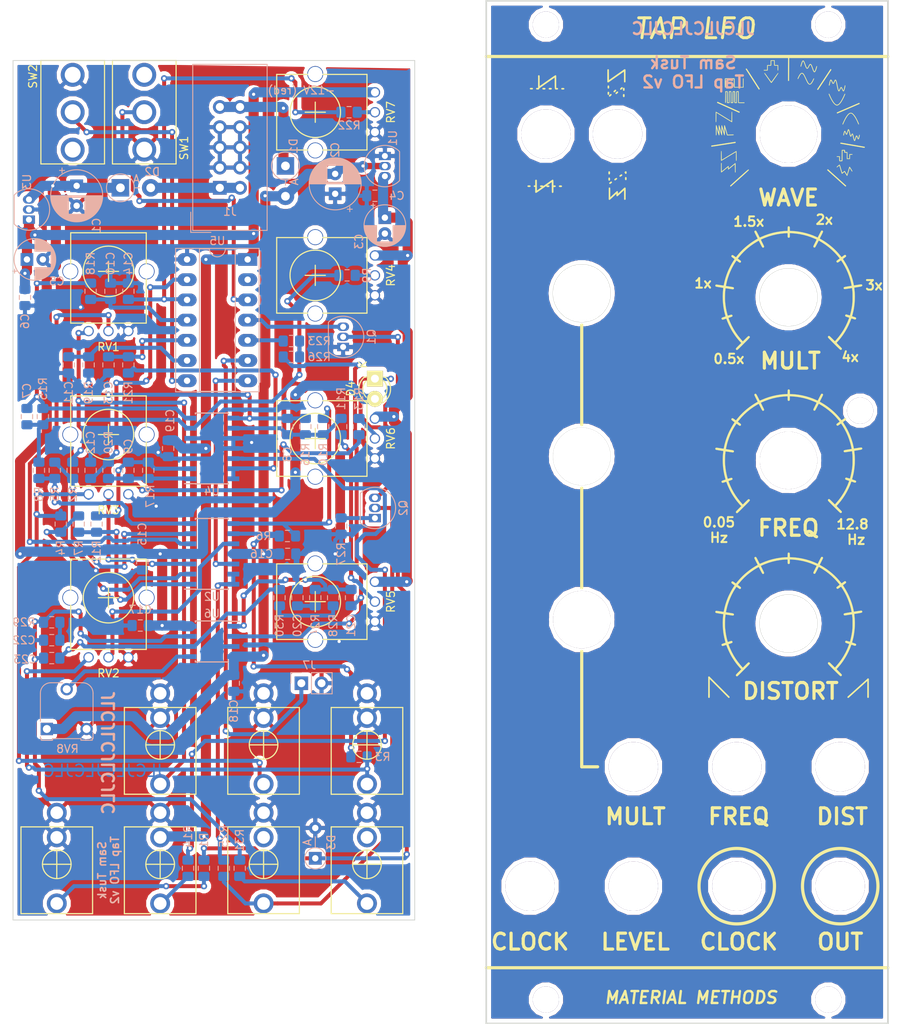
<source format=kicad_pcb>
(kicad_pcb (version 20171130) (host pcbnew "(5.0.1)-3")
  (layers (0 F.Cu signal) (31 B.Cu signal) (34 B.Paste user hide) (35 F.Paste user hide) (36 B.SilkS user hide) (37 F.SilkS user) (38 B.Mask user hide) (39 F.Mask user hide) (44 Edge.Cuts user))
  (net 0 "")
  (net 1 +12V)
  (net 2 GND)
  (net 3 -12V)
  (net 4 -5V)
  (net 5 +5V)
  (net 6 "Net-(C7-Pad1)")
  (net 7 "Net-(C7-Pad2)")
  (net 8 "Net-(C8-Pad1)")
  (net 9 "Net-(C8-Pad2)")
  (net 10 "Net-(C9-Pad1)")
  (net 11 "Net-(C9-Pad2)")
  (net 12 /MultPin)
  (net 13 /DistPin)
  (net 14 /TimePin)
  (net 15 /LevelPin)
  (net 16 /WavePin)
  (net 17 "Net-(C20-Pad1)")
  (net 18 "Net-(C21-Pad2)")
  (net 19 "Net-(C21-Pad1)")
  (net 20 "Net-(C22-Pad1)")
  (net 21 "Net-(C23-Pad1)")
  (net 22 "Net-(C23-Pad2)")
  (net 23 /-12V_in)
  (net 24 /+12V_in)
  (net 25 "Net-(D3-Pad1)")
  (net 26 "Net-(D4-Pad1)")
  (net 27 /TapInJack)
  (net 28 /MultInJack)
  (net 29 /DistInJack)
  (net 30 /TempoInJack)
  (net 31 /Level_inJack)
  (net 32 /SmoothPin)
  (net 33 /ClockOutJack)
  (net 34 "Net-(J8-Pad2)")
  (net 35 "Net-(J9-Pad2)")
  (net 36 /LFOoutJack)
  (net 37 /tapPin)
  (net 38 "Net-(Q2-Pad1)")
  (net 39 "Net-(R2-Pad1)")
  (net 40 "Net-(R3-Pad1)")
  (net 41 "Net-(R4-Pad1)")
  (net 42 "Net-(R5-Pad1)")
  (net 43 "Net-(R10-Pad2)")
  (net 44 "Net-(R12-Pad2)")
  (net 45 /MultKnob)
  (net 46 /DistKnob)
  (net 47 /TempoKnob)
  (net 48 "Net-(R14-Pad1)")
  (net 49 "Net-(R21-Pad2)")
  (net 50 /WaveKnob)
  (net 51 "Net-(R23-Pad1)")
  (net 52 /OutPin)
  (net 53 "Net-(R25-Pad2)")
  (net 54 "Net-(R28-Pad1)")
  (net 55 /MultiAttn)
  (net 56 /DistAttn)
  (net 57 /TempoAttn)
  (net 58 "Net-(RV8-Pad2)")
  (net 59 /WavesetPin)
  (net 60 "Net-(SW1-Pad3)")
  (net 61 "Net-(SW2-Pad3)")
  (net 62 /BipolPin)
  (net 63 /ClockOutPin)
  (net 64 "Net-(U5-Pad2)")
  (module Eurocad:LFOticks (layer F.Cu) (at 117.5 70.25)
    (fp_text reference G*** hide)
    (fp_text value LOGO hide)
  )
  (module "Eurocad:Eurorack Rail Hole" (layer F.Cu) (at 126.5 64)
    (fp_text reference REF** hide)
    (fp_text value "Eurorack Rail Hole" hide)
    (pad 1 thru_hole circle (at 0 0) (size 3.3 3.3) (drill 3.3) (layers *.Cu *.Mask))
  )
  (module "Eurocad:9mm alpha jack hole" (layer F.Cu) (at 117.5 90.75)
    (fp_text reference "" hide)
    (fp_text value "9mm alpha jack hole")
    (pad 1 thru_hole circle (at 0 0) (size 7.2 7.2) (drill 7.2) (layers *.Cu *.Mask))
  )
  (module "Eurocad:Eurorack jack hole" (layer F.Cu) (at 87 29.25)
    (fp_text reference "" hide)
    (fp_text value "Eurorack jack hole")
    (pad 1 thru_hole circle (at 0 0) (size 6.2 6.2) (drill 6.2) (layers *.Cu *.Mask))
  )
  (module "Eurocad:9mm alpha jack hole" (layer F.Cu) (at 91.5 69.75)
    (fp_text reference "" hide)
    (fp_text value "9mm alpha jack hole")
    (pad 1 thru_hole circle (at 0 0) (size 7.2 7.2) (drill 7.2) (layers *.Cu *.Mask))
  )
  (module "Eurocad:9mm alpha jack hole" (layer F.Cu) (at 91.5 49.25)
    (fp_text reference "" hide)
    (fp_text value "9mm alpha jack hole")
    (pad 1 thru_hole circle (at 0 0) (size 7.2 7.2) (drill 7.2) (layers *.Cu *.Mask))
  )
  (module "Eurocad:9mm alpha jack hole" (layer F.Cu) (at 91.5 90.25)
    (fp_text reference "" hide)
    (fp_text value "9mm alpha jack hole")
    (pad 1 thru_hole circle (at 0 0) (size 7.2 7.2) (drill 7.2) (layers *.Cu *.Mask))
  )
  (module Eurocad:LFOwaveformIndicator (layer F.Cu) (at 117.5 29.25)
    (fp_text reference G*** hide)
    (fp_text value LFOwaveformIndicator hide)
  )
  (module "Eurocad:Eurorack Rail Hole" (layer F.Cu) (at 87 15.5)
    (fp_text reference REF** hide)
    (fp_text value "Eurorack Rail Hole" hide)
    (pad 1 thru_hole circle (at 0 0) (size 3.3 3.3) (drill 3.3) (layers *.Cu *.Mask))
  )
  (module "Eurocad:9mm alpha jack hole" (layer F.Cu) (at 117.5 70.25)
    (fp_text reference "" hide)
    (fp_text value "9mm alpha jack hole")
    (pad 1 thru_hole circle (at 0 0) (size 7.2 7.2) (drill 7.2) (layers *.Cu *.Mask))
  )
  (module "Eurocad:9mm alpha jack hole" (layer F.Cu) (at 117.5 49.75)
    (fp_text reference "" hide)
    (fp_text value "9mm alpha jack hole")
    (pad 1 thru_hole circle (at 0 0) (size 7.2 7.2) (drill 7.2) (layers *.Cu *.Mask))
  )
  (module Eurocad:LFOticks (layer F.Cu) (at 117.5 90.75)
    (fp_text reference G*** hide)
    (fp_text value LOGO hide)
  )
  (module Eurocad:LFOticks (layer F.Cu) (at 117.5 49.75)
    (fp_text reference G*** hide)
    (fp_text value LOGO hide)
  )
  (module "Eurocad:9mm alpha jack hole" (layer F.Cu) (at 117.5 29.25)
    (fp_text reference "" hide)
    (fp_text value "9mm alpha jack hole")
    (pad 1 thru_hole circle (at 0 0) (size 7.2 7.2) (drill 7.2) (layers *.Cu *.Mask))
  )
  (module "Eurocad:Eurorack jack hole" (layer F.Cu) (at 111 123.75)
    (fp_text reference "" hide)
    (fp_text value "Eurorack jack hole")
    (pad 1 thru_hole circle (at 0 0) (size 6.2 6.2) (drill 6.2) (layers *.Cu *.Mask))
  )
  (module "Eurocad:Eurorack jack hole" (layer F.Cu) (at 111 108.75)
    (fp_text reference "" hide)
    (fp_text value "Eurorack jack hole")
    (pad 1 thru_hole circle (at 0 0) (size 6.2 6.2) (drill 6.2) (layers *.Cu *.Mask))
  )
  (module "Eurocad:Eurorack jack hole" (layer F.Cu) (at 98 108.75)
    (fp_text reference "" hide)
    (fp_text value "Eurorack jack hole")
    (pad 1 thru_hole circle (at 0 0) (size 6.2 6.2) (drill 6.2) (layers *.Cu *.Mask))
  )
  (module "Eurocad:Eurorack jack hole" (layer F.Cu) (at 124 108.75)
    (fp_text reference "" hide)
    (fp_text value "Eurorack jack hole")
    (pad 1 thru_hole circle (at 0 0) (size 6.2 6.2) (drill 6.2) (layers *.Cu *.Mask))
  )
  (module "Eurocad:Eurorack jack hole" (layer F.Cu) (at 124 123.75)
    (fp_text reference "" hide)
    (fp_text value "Eurorack jack hole")
    (pad 1 thru_hole circle (at 0 0) (size 6.2 6.2) (drill 6.2) (layers *.Cu *.Mask))
  )
  (module "Eurocad:Eurorack jack hole" (layer F.Cu) (at 98 123.75)
    (fp_text reference "" hide)
    (fp_text value "Eurorack jack hole")
    (pad 1 thru_hole circle (at 0 0) (size 6.2 6.2) (drill 6.2) (layers *.Cu *.Mask))
  )
  (module "Eurocad:Eurorack jack hole" (layer F.Cu) (at 85 123.75)
    (fp_text reference "" hide)
    (fp_text value "Eurorack jack hole")
    (pad 1 thru_hole circle (at 0 0) (size 6.2 6.2) (drill 6.2) (layers *.Cu *.Mask))
  )
  (module "Eurocad:Eurorack Rail Hole" (layer F.Cu) (at 87 138)
    (fp_text reference REF** hide)
    (fp_text value "Eurorack Rail Hole" hide)
    (pad 1 thru_hole circle (at 0 0) (size 3.3 3.3) (drill 3.3) (layers *.Cu *.Mask))
  )
  (module "Eurocad:Eurorack Rail Hole" (layer F.Cu) (at 122.5 15.5)
    (fp_text reference REF** hide)
    (fp_text value "Eurorack Rail Hole" hide)
    (pad 1 thru_hole circle (at 0 0) (size 3.3 3.3) (drill 3.3) (layers *.Cu *.Mask))
  )
  (module "Eurocad:Eurorack Rail Hole" (layer F.Cu) (at 122.5 138)
    (fp_text reference REF** hide)
    (fp_text value "Eurorack Rail Hole" hide)
    (pad 1 thru_hole circle (at 0 0) (size 3.3 3.3) (drill 3.3) (layers *.Cu *.Mask))
  )
  (module "Eurocad:Eurorack jack hole" (layer F.Cu) (at 96 29.25)
    (fp_text reference "" hide)
    (fp_text value "Eurorack jack hole")
    (pad 1 thru_hole circle (at 0 0) (size 6.2 6.2) (drill 6.2) (layers *.Cu *.Mask))
  )
  (module Eurocad:LFOsw2 (layer F.Cu) (at 87 35.75)
    (fp_text reference G*** hide)
    (fp_text value LFOsw2 hide)
  )
  (module Eurocad:LFOsw1 (layer F.Cu) (at 87.25 23)
    (fp_text reference G*** hide)
    (fp_text value LFOsw1 hide)
  )
  (module Eurocad:LFOsw3 (layer F.Cu) (at 96 23)
    (fp_text reference G*** hide)
    (fp_text value LFOsw3 hide)
  )
  (module Eurocad:LFOsw4 (layer F.Cu) (at 96 35.75)
    (fp_text reference G*** hide)
    (fp_text value LFOsw4 hide)
  )
  (module Resistor_SMD:R_0805_2012Metric_Pad1.15x1.40mm_HandSolder (layer B.Cu) (at 54.5 79.75 180)
    (fp_text reference R6 (at 3 0 180) (layer B.SilkS) (effects (justify mirror)))
    (fp_text value 200k)
    (pad 2 smd roundrect (at 1.025 0 180) (size 1.15 1.4) (layers B.Cu B.Paste B.Mask) (roundrect_rratio 0.217391) (net 40 "Net-(R3-Pad1)"))
    (pad 1 smd roundrect (at -1.025 0 180) (size 1.15 1.4) (layers B.Cu B.Paste B.Mask) (roundrect_rratio 0.217391) (net 43 "Net-(R10-Pad2)"))
  )
  (module Eurocad:Alpha9mmPot (layer F.Cu) (at 58 47 90)
    (fp_text reference RV4 (at 0 9.5 90) (layer F.SilkS))
    (fp_text value "100k lin")
    (pad "" thru_hole circle (at 4.8 0 90) (size 2 2) (drill 1.8) (layers *.Cu *.Mask))
    (pad "" thru_hole circle (at -4.8 0 90) (size 2 2) (drill 1.8) (layers *.Cu *.Mask))
    (pad 3 thru_hole circle (at 2.5 7.5 90) (size 1.3 1.3) (drill 1) (layers *.Cu *.Mask) (net 4 -5V))
    (pad 2 thru_hole circle (at 0 7.5 90) (size 1.3 1.3) (drill 1) (layers *.Cu *.Mask) (net 45 /MultKnob))
    (pad 1 thru_hole circle (at -2.5 7.5 90) (size 1.3 1.3) (drill 1) (layers *.Cu *.Mask) (net 2 GND))
  )
  (module Resistor_SMD:R_0805_2012Metric_Pad1.15x1.40mm_HandSolder (layer B.Cu) (at 37 71.5 270)
    (fp_text reference R17 (at 3.25 -0.25 90) (layer B.SilkS) (effects (justify mirror)))
    (fp_text value 100k)
    (pad 1 smd roundrect (at -1.025 0 270) (size 1.15 1.4) (layers B.Cu B.Paste B.Mask) (roundrect_rratio 0.217391) (net 11 "Net-(C9-Pad2)"))
    (pad 2 smd roundrect (at 1.025 0 270) (size 1.15 1.4) (layers B.Cu B.Paste B.Mask) (roundrect_rratio 0.217391) (net 10 "Net-(C9-Pad1)"))
  )
  (module Eurocad:Alpha9mmPot (layer F.Cu) (at 32 67)
    (fp_text reference RV3 (at 0 9.5) (layer F.SilkS))
    (fp_text value "100k lin")
    (pad 1 thru_hole circle (at -2.5 7.5) (size 1.3 1.3) (drill 1) (layers *.Cu *.Mask) (net 30 /TempoInJack))
    (pad 2 thru_hole circle (at 0 7.5) (size 1.3 1.3) (drill 1) (layers *.Cu *.Mask) (net 57 /TempoAttn))
    (pad 3 thru_hole circle (at 2.5 7.5) (size 1.3 1.3) (drill 1) (layers *.Cu *.Mask) (net 2 GND))
    (pad "" thru_hole circle (at -4.8 0) (size 2 2) (drill 1.8) (layers *.Cu *.Mask))
    (pad "" thru_hole circle (at 4.8 0) (size 2 2) (drill 1.8) (layers *.Cu *.Mask))
  )
  (module Resistor_SMD:R_0805_2012Metric_Pad1.15x1.40mm_HandSolder (layer B.Cu) (at 46.5 121.5 90)
    (fp_text reference R25 (at 4 0 90) (layer B.SilkS) (effects (justify mirror)))
    (fp_text value 1k)
    (pad 1 smd roundrect (at -1.025 0 90) (size 1.15 1.4) (layers B.Cu B.Paste B.Mask) (roundrect_rratio 0.217391) (net 33 /ClockOutJack))
    (pad 2 smd roundrect (at 1.025 0 90) (size 1.15 1.4) (layers B.Cu B.Paste B.Mask) (roundrect_rratio 0.217391) (net 53 "Net-(R25-Pad2)"))
  )
  (module Eurocad:Alpha9mmPot (layer F.Cu) (at 58 88 90)
    (fp_text reference RV5 (at 0 9.5 90) (layer F.SilkS))
    (fp_text value "100k lin")
    (pad 1 thru_hole circle (at -2.5 7.5 90) (size 1.3 1.3) (drill 1) (layers *.Cu *.Mask) (net 2 GND))
    (pad 2 thru_hole circle (at 0 7.5 90) (size 1.3 1.3) (drill 1) (layers *.Cu *.Mask) (net 46 /DistKnob))
    (pad 3 thru_hole circle (at 2.5 7.5 90) (size 1.3 1.3) (drill 1) (layers *.Cu *.Mask) (net 4 -5V))
    (pad "" thru_hole circle (at -4.8 0 90) (size 2 2) (drill 1.8) (layers *.Cu *.Mask))
    (pad "" thru_hole circle (at 4.8 0 90) (size 2 2) (drill 1.8) (layers *.Cu *.Mask))
  )
  (module Potentiometer_THT:Potentiometer_Runtron_RM-065_Vertical (layer B.Cu) (at 24.25 104)
    (fp_text reference RV8 (at 2.6 2.5) (layer B.SilkS) (effects (justify mirror)))
    (fp_text value 100k)
    (pad 2 thru_hole circle (at 2.5 -5) (size 1.55 1.55) (drill 1) (layers *.Cu *.Mask) (net 58 "Net-(RV8-Pad2)"))
    (pad 1 thru_hole rect (at 0 0) (size 1.55 1.55) (drill 1) (layers *.Cu *.Mask) (net 3 -12V))
    (pad 3 thru_hole circle (at 5 0) (size 1.55 1.55) (drill 1) (layers *.Cu *.Mask) (net 2 GND))
  )
  (module Resistor_SMD:R_0805_2012Metric_Pad1.15x1.40mm_HandSolder (layer B.Cu) (at 24.864193 90.592038 180)
    (fp_text reference R29 (at 3.5 0 180) (layer B.SilkS) (effects (justify mirror)))
    (fp_text value 20k)
    (pad 2 smd roundrect (at 1.025 0 180) (size 1.15 1.4) (layers B.Cu B.Paste B.Mask) (roundrect_rratio 0.217391) (net 21 "Net-(C23-Pad1)"))
    (pad 1 smd roundrect (at -1.025 0 180) (size 1.15 1.4) (layers B.Cu B.Paste B.Mask) (roundrect_rratio 0.217391) (net 20 "Net-(C22-Pad1)"))
  )
  (module Resistor_SMD:R_0805_2012Metric_Pad1.15x1.40mm_HandSolder (layer B.Cu) (at 60.25 87.5 90)
    (fp_text reference R28 (at -3.5 0 90) (layer B.SilkS) (effects (justify mirror)))
    (fp_text value 10k)
    (pad 2 smd roundrect (at 1.025 0 90) (size 1.15 1.4) (layers B.Cu B.Paste B.Mask) (roundrect_rratio 0.217391) (net 19 "Net-(C21-Pad1)"))
    (pad 1 smd roundrect (at -1.025 0 90) (size 1.15 1.4) (layers B.Cu B.Paste B.Mask) (roundrect_rratio 0.217391) (net 54 "Net-(R28-Pad1)"))
  )
  (module Resistor_SMD:R_0805_2012Metric_Pad1.15x1.40mm_HandSolder (layer B.Cu) (at 53.5 87.5 270)
    (fp_text reference R30 (at 3.5 0 270) (layer B.SilkS) (effects (justify mirror)))
    (fp_text value 24k)
    (pad 2 smd roundrect (at 1.025 0 270) (size 1.15 1.4) (layers B.Cu B.Paste B.Mask) (roundrect_rratio 0.217391) (net 54 "Net-(R28-Pad1)"))
    (pad 1 smd roundrect (at -1.025 0 270) (size 1.15 1.4) (layers B.Cu B.Paste B.Mask) (roundrect_rratio 0.217391) (net 22 "Net-(C23-Pad2)"))
  )
  (module Resistor_SMD:R_0805_2012Metric_Pad1.15x1.40mm_HandSolder (layer B.Cu) (at 58 87.5 90)
    (fp_text reference R24 (at -3.5 0 90) (layer B.SilkS) (effects (justify mirror)))
    (fp_text value 12k)
    (pad 2 smd roundrect (at 1.025 0 90) (size 1.15 1.4) (layers B.Cu B.Paste B.Mask) (roundrect_rratio 0.217391) (net 19 "Net-(C21-Pad1)"))
    (pad 1 smd roundrect (at -1.025 0 90) (size 1.15 1.4) (layers B.Cu B.Paste B.Mask) (roundrect_rratio 0.217391) (net 17 "Net-(C20-Pad1)"))
  )
  (module Resistor_SMD:R_0805_2012Metric_Pad1.15x1.40mm_HandSolder (layer B.Cu) (at 48.5 121.5 90)
    (fp_text reference R31 (at 3.5 0 90) (layer B.SilkS) (effects (justify mirror)))
    (fp_text value 1k)
    (pad 1 smd roundrect (at -1.025 0 90) (size 1.15 1.4) (layers B.Cu B.Paste B.Mask) (roundrect_rratio 0.217391) (net 36 /LFOoutJack))
    (pad 2 smd roundrect (at 1.025 0 90) (size 1.15 1.4) (layers B.Cu B.Paste B.Mask) (roundrect_rratio 0.217391) (net 21 "Net-(C23-Pad1)"))
  )
  (module "Eurocad:SPDT toggle on-off-on" (layer F.Cu) (at 27.5 26.5 270)
    (fp_text reference SW2 (at -4.5 5 270) (layer F.SilkS))
    (fp_text value SW_SPDT)
    (pad 3 thru_hole circle (at 4.7 0 270) (size 3 3) (drill 2) (layers *.Cu *.Mask) (net 61 "Net-(SW2-Pad3)"))
    (pad 2 thru_hole circle (at 0 0 270) (size 3 3) (drill 2) (layers *.Cu *.Mask) (net 62 /BipolPin))
    (pad 1 thru_hole circle (at -4.7 0 270) (size 3 3) (drill 2) (layers *.Cu *.Mask) (net 2 GND))
  )
  (module "Eurocad:SPDT toggle on-off-on" (layer F.Cu) (at 36.5 26.5 90)
    (fp_text reference SW1 (at -4.5 5 90) (layer F.SilkS))
    (fp_text value SW_SPDT)
    (pad 1 thru_hole circle (at -4.7 0 90) (size 3 3) (drill 2) (layers *.Cu *.Mask) (net 2 GND))
    (pad 2 thru_hole circle (at 0 0 90) (size 3 3) (drill 2) (layers *.Cu *.Mask) (net 59 /WavesetPin))
    (pad 3 thru_hole circle (at 4.7 0 90) (size 3 3) (drill 2) (layers *.Cu *.Mask) (net 60 "Net-(SW1-Pad3)"))
  )
  (module Resistor_SMD:R_0805_2012Metric_Pad1.15x1.40mm_HandSolder (layer B.Cu) (at 62 47)
    (fp_text reference R9 (at 2.5 0 90) (layer B.SilkS) (effects (justify mirror)))
    (fp_text value 100k)
    (pad 2 smd roundrect (at 1.025 0) (size 1.15 1.4) (layers B.Cu B.Paste B.Mask) (roundrect_rratio 0.217391) (net 45 /MultKnob))
    (pad 1 smd roundrect (at -1.025 0) (size 1.15 1.4) (layers B.Cu B.Paste B.Mask) (roundrect_rratio 0.217391) (net 7 "Net-(C7-Pad2)"))
  )
  (module Resistor_SMD:R_0805_2012Metric_Pad1.15x1.40mm_HandSolder (layer B.Cu) (at 55 57.25)
    (fp_text reference R26 (at 3.5 0) (layer B.SilkS) (effects (justify mirror)))
    (fp_text value 47k)
    (pad 1 smd roundrect (at -1.025 0) (size 1.15 1.4) (layers B.Cu B.Paste B.Mask) (roundrect_rratio 0.217391) (net 18 "Net-(C21-Pad2)"))
    (pad 2 smd roundrect (at 1.025 0) (size 1.15 1.4) (layers B.Cu B.Paste B.Mask) (roundrect_rratio 0.217391) (net 51 "Net-(R23-Pad1)"))
  )
  (module Eurocad:Alpha9mmPot (layer F.Cu) (at 32 87.5)
    (fp_text reference RV2 (at 0 9.5) (layer F.SilkS))
    (fp_text value "100k lin")
    (pad 1 thru_hole circle (at -2.5 7.5) (size 1.3 1.3) (drill 1) (layers *.Cu *.Mask) (net 29 /DistInJack))
    (pad 2 thru_hole circle (at 0 7.5) (size 1.3 1.3) (drill 1) (layers *.Cu *.Mask) (net 56 /DistAttn))
    (pad 3 thru_hole circle (at 2.5 7.5) (size 1.3 1.3) (drill 1) (layers *.Cu *.Mask) (net 2 GND))
    (pad "" thru_hole circle (at -4.8 0) (size 2 2) (drill 1.8) (layers *.Cu *.Mask))
    (pad "" thru_hole circle (at 4.8 0) (size 2 2) (drill 1.8) (layers *.Cu *.Mask))
  )
  (module Resistor_SMD:R_0805_2012Metric_Pad1.15x1.40mm_HandSolder (layer B.Cu) (at 23.75 64.75 90)
    (fp_text reference R15 (at 3.5 0 90) (layer B.SilkS) (effects (justify mirror)))
    (fp_text value 75k)
    (pad 1 smd roundrect (at -1.025 0 90) (size 1.15 1.4) (layers B.Cu B.Paste B.Mask) (roundrect_rratio 0.217391) (net 7 "Net-(C7-Pad2)"))
    (pad 2 smd roundrect (at 1.025 0 90) (size 1.15 1.4) (layers B.Cu B.Paste B.Mask) (roundrect_rratio 0.217391) (net 6 "Net-(C7-Pad1)"))
  )
  (module Resistor_SMD:R_0805_2012Metric_Pad1.15x1.40mm_HandSolder (layer B.Cu) (at 26 78.25 90)
    (fp_text reference R4 (at -3 0 90) (layer B.SilkS) (effects (justify mirror)))
    (fp_text value 200k)
    (pad 1 smd roundrect (at -1.025 0 90) (size 1.15 1.4) (layers B.Cu B.Paste B.Mask) (roundrect_rratio 0.217391) (net 41 "Net-(R4-Pad1)"))
    (pad 2 smd roundrect (at 1.025 0 90) (size 1.15 1.4) (layers B.Cu B.Paste B.Mask) (roundrect_rratio 0.217391) (net 30 /TempoInJack))
  )
  (module Resistor_SMD:R_0805_2012Metric_Pad1.15x1.40mm_HandSolder (layer B.Cu) (at 59 66 90)
    (fp_text reference R10 (at -3.5 0 90) (layer B.SilkS) (effects (justify mirror)))
    (fp_text value 100k)
    (pad 2 smd roundrect (at 1.025 0 90) (size 1.15 1.4) (layers B.Cu B.Paste B.Mask) (roundrect_rratio 0.217391) (net 43 "Net-(R10-Pad2)"))
    (pad 1 smd roundrect (at -1.025 0 90) (size 1.15 1.4) (layers B.Cu B.Paste B.Mask) (roundrect_rratio 0.217391) (net 9 "Net-(C8-Pad2)"))
  )
  (module Eurocad:PJ301M-12-MoreMetal (layer F.Cu) (at 64.5 106 180)
    (fp_text reference J4 hide)
    (fp_text value PJ301M-12)
    (pad 2 thru_hole circle (at 0 3.38 180) (size 2.5 2.5) (drill 1.6) (layers *.Cu *.Mask) (net 2 GND))
    (pad 1 thru_hole circle (at 0 6.48 180) (size 2.5 2.5) (drill 1.6) (layers *.Cu *.Mask) (net 2 GND))
    (pad 3 thru_hole circle (at 0 -4.92 180) (size 2.5 2.5) (drill 1.6) (layers *.Cu *.Mask) (net 29 /DistInJack))
  )
  (module Resistor_SMD:R_0805_2012Metric_Pad1.15x1.40mm_HandSolder (layer B.Cu) (at 32 71.5 270)
    (fp_text reference R20 (at -3.5 0 270) (layer B.SilkS) (effects (justify mirror)))
    (fp_text value 4k7)
    (pad 2 smd roundrect (at 1.025 0 270) (size 1.15 1.4) (layers B.Cu B.Paste B.Mask) (roundrect_rratio 0.217391) (net 10 "Net-(C9-Pad1)"))
    (pad 1 smd roundrect (at -1.025 0 270) (size 1.15 1.4) (layers B.Cu B.Paste B.Mask) (roundrect_rratio 0.217391) (net 14 /TimePin))
  )
  (module Resistor_SMD:R_0805_2012Metric_Pad1.15x1.40mm_HandSolder (layer B.Cu) (at 28.25 78.25 90)
    (fp_text reference R7 (at -3 0 90) (layer B.SilkS) (effects (justify mirror)))
    (fp_text value 200k)
    (pad 2 smd roundrect (at 1.025 0 90) (size 1.15 1.4) (layers B.Cu B.Paste B.Mask) (roundrect_rratio 0.217391) (net 41 "Net-(R4-Pad1)"))
    (pad 1 smd roundrect (at -1.025 0 90) (size 1.15 1.4) (layers B.Cu B.Paste B.Mask) (roundrect_rratio 0.217391) (net 44 "Net-(R12-Pad2)"))
  )
  (module Resistor_SMD:R_0805_2012Metric_Pad1.15x1.40mm_HandSolder (layer B.Cu) (at 23.25 71.5 270)
    (fp_text reference R8 (at 3 0 270) (layer B.SilkS) (effects (justify mirror)))
    (fp_text value 100k)
    (pad 1 smd roundrect (at -1.025 0 270) (size 1.15 1.4) (layers B.Cu B.Paste B.Mask) (roundrect_rratio 0.217391) (net 7 "Net-(C7-Pad2)"))
    (pad 2 smd roundrect (at 1.025 0 270) (size 1.15 1.4) (layers B.Cu B.Paste B.Mask) (roundrect_rratio 0.217391) (net 42 "Net-(R5-Pad1)"))
  )
  (module Resistor_SMD:R_0805_2012Metric_Pad1.15x1.40mm_HandSolder (layer B.Cu) (at 29.75 49 90)
    (fp_text reference R18 (at 3.5 0 90) (layer B.SilkS) (effects (justify mirror)))
    (fp_text value 4k7)
    (pad 2 smd roundrect (at 1.025 0 90) (size 1.15 1.4) (layers B.Cu B.Paste B.Mask) (roundrect_rratio 0.217391) (net 6 "Net-(C7-Pad1)"))
    (pad 1 smd roundrect (at -1.025 0 90) (size 1.15 1.4) (layers B.Cu B.Paste B.Mask) (roundrect_rratio 0.217391) (net 12 /MultPin))
  )
  (module Resistor_SMD:R_0805_2012Metric_Pad1.15x1.40mm_HandSolder (layer B.Cu) (at 56.75 66 90)
    (fp_text reference R16 (at -3.5 0 90) (layer B.SilkS) (effects (justify mirror)))
    (fp_text value 100k)
    (pad 2 smd roundrect (at 1.025 0 90) (size 1.15 1.4) (layers B.Cu B.Paste B.Mask) (roundrect_rratio 0.217391) (net 8 "Net-(C8-Pad1)"))
    (pad 1 smd roundrect (at -1.025 0 90) (size 1.15 1.4) (layers B.Cu B.Paste B.Mask) (roundrect_rratio 0.217391) (net 9 "Net-(C8-Pad2)"))
  )
  (module Eurocad:LED3mm (layer F.Cu) (at 65.5 61.25 270)
    (fp_text reference D4 (at 0 3.048 270) (layer F.SilkS))
    (fp_text value LED)
    (fp_text user K (at -3.048 1.524 270) (layer F.SilkS))
    (pad 1 thru_hole rect (at -1.27 0) (size 2 2) (drill 1.00076) (layers *.Cu *.Mask F.SilkS) (net 26 "Net-(D4-Pad1)"))
    (pad 2 thru_hole circle (at 1.27 0 270) (size 2 2) (drill 1.00076) (layers *.Cu *.Mask F.SilkS) (net 1 +12V))
  )
  (module Eurocad:PJ301M-12-MoreMetal (layer F.Cu) (at 38.5 121 180)
    (fp_text reference J6 hide)
    (fp_text value PJ301M-12)
    (pad 3 thru_hole circle (at 0 -4.92 180) (size 2.5 2.5) (drill 1.6) (layers *.Cu *.Mask) (net 31 /Level_inJack))
    (pad 1 thru_hole circle (at 0 6.48 180) (size 2.5 2.5) (drill 1.6) (layers *.Cu *.Mask) (net 2 GND))
    (pad 2 thru_hole circle (at 0 3.38 180) (size 2.5 2.5) (drill 1.6) (layers *.Cu *.Mask) (net 5 +5V))
  )
  (module Resistor_SMD:R_0805_2012Metric_Pad1.15x1.40mm_HandSolder (layer B.Cu) (at 29.5 58.25 270)
    (fp_text reference R19 (at 3.5 0 270) (layer B.SilkS) (effects (justify mirror)))
    (fp_text value 4k7)
    (pad 1 smd roundrect (at -1.025 0 270) (size 1.15 1.4) (layers B.Cu B.Paste B.Mask) (roundrect_rratio 0.217391) (net 13 /DistPin))
    (pad 2 smd roundrect (at 1.025 0 270) (size 1.15 1.4) (layers B.Cu B.Paste B.Mask) (roundrect_rratio 0.217391) (net 8 "Net-(C8-Pad1)"))
  )
  (module Resistor_SMD:R_0805_2012Metric_Pad1.15x1.40mm_HandSolder (layer B.Cu) (at 61.25 66 270)
    (fp_text reference R11 (at -3.5 0 270) (layer B.SilkS) (effects (justify mirror)))
    (fp_text value 100k)
    (pad 1 smd roundrect (at -1.025 0 270) (size 1.15 1.4) (layers B.Cu B.Paste B.Mask) (roundrect_rratio 0.217391) (net 9 "Net-(C8-Pad2)"))
    (pad 2 smd roundrect (at 1.025 0 270) (size 1.15 1.4) (layers B.Cu B.Paste B.Mask) (roundrect_rratio 0.217391) (net 46 /DistKnob))
  )
  (module Resistor_SMD:R_0805_2012Metric_Pad1.15x1.40mm_HandSolder (layer B.Cu) (at 62.25 26.5)
    (fp_text reference R22 (at 0 1.65) (layer B.SilkS) (effects (justify mirror)))
    (fp_text value 1k)
    (pad 1 smd roundrect (at -1.025 0) (size 1.15 1.4) (layers B.Cu B.Paste B.Mask) (roundrect_rratio 0.217391) (net 16 /WavePin))
    (pad 2 smd roundrect (at 1.025 0) (size 1.15 1.4) (layers B.Cu B.Paste B.Mask) (roundrect_rratio 0.217391) (net 50 /WaveKnob))
  )
  (module Resistor_SMD:R_0805_2012Metric_Pad1.15x1.40mm_HandSolder (layer B.Cu) (at 55 55.25 180)
    (fp_text reference R23 (at -3.5 0 180) (layer B.SilkS) (effects (justify mirror)))
    (fp_text value 12k)
    (pad 1 smd roundrect (at -1.025 0 180) (size 1.15 1.4) (layers B.Cu B.Paste B.Mask) (roundrect_rratio 0.217391) (net 51 "Net-(R23-Pad1)"))
    (pad 2 smd roundrect (at 1.025 0 180) (size 1.15 1.4) (layers B.Cu B.Paste B.Mask) (roundrect_rratio 0.217391) (net 52 /OutPin))
  )
  (module Connector_IDC:IDC-Header_2x05_P2.54mm_Vertical (layer B.Cu) (at 46 36)
    (fp_text reference J1 (at 1.27 3) (layer B.SilkS) (effects (justify mirror)))
    (fp_text value EURO_PWR_2x5)
    (pad 10 thru_hole oval (at 2.54 -10.16) (size 1.7272 1.7272) (drill 1.016) (layers *.Cu *.Mask) (net 23 /-12V_in))
    (pad 9 thru_hole oval (at 0 -10.16) (size 1.7272 1.7272) (drill 1.016) (layers *.Cu *.Mask) (net 23 /-12V_in))
    (pad 8 thru_hole oval (at 2.54 -7.62) (size 1.7272 1.7272) (drill 1.016) (layers *.Cu *.Mask) (net 2 GND))
    (pad 7 thru_hole oval (at 0 -7.62) (size 1.7272 1.7272) (drill 1.016) (layers *.Cu *.Mask) (net 2 GND))
    (pad 6 thru_hole oval (at 2.54 -5.08) (size 1.7272 1.7272) (drill 1.016) (layers *.Cu *.Mask) (net 2 GND))
    (pad 5 thru_hole oval (at 0 -5.08) (size 1.7272 1.7272) (drill 1.016) (layers *.Cu *.Mask) (net 2 GND))
    (pad 4 thru_hole oval (at 2.54 -2.54) (size 1.7272 1.7272) (drill 1.016) (layers *.Cu *.Mask) (net 2 GND))
    (pad 3 thru_hole oval (at 0 -2.54) (size 1.7272 1.7272) (drill 1.016) (layers *.Cu *.Mask) (net 2 GND))
    (pad 2 thru_hole oval (at 2.54 0) (size 1.7272 1.7272) (drill 1.016) (layers *.Cu *.Mask) (net 24 /+12V_in))
    (pad 1 thru_hole rect (at 0 0) (size 1.7272 1.7272) (drill 1.016) (layers *.Cu *.Mask) (net 24 /+12V_in))
  )
  (module Resistor_SMD:R_0805_2012Metric_Pad1.15x1.40mm_HandSolder (layer B.Cu) (at 42 121.5 270)
    (fp_text reference R14 (at -4 0 270) (layer B.SilkS) (effects (justify mirror)))
    (fp_text value 200k)
    (pad 2 smd roundrect (at 1.025 0 270) (size 1.15 1.4) (layers B.Cu B.Paste B.Mask) (roundrect_rratio 0.217391) (net 31 /Level_inJack))
    (pad 1 smd roundrect (at -1.025 0 270) (size 1.15 1.4) (layers B.Cu B.Paste B.Mask) (roundrect_rratio 0.217391) (net 48 "Net-(R14-Pad1)"))
  )
  (module Resistor_SMD:R_0805_2012Metric_Pad1.15x1.40mm_HandSolder (layer B.Cu) (at 34.5 58.25 270)
    (fp_text reference R21 (at 3.5 0 270) (layer B.SilkS) (effects (justify mirror)))
    (fp_text value 4k7)
    (pad 1 smd roundrect (at -1.025 0 270) (size 1.15 1.4) (layers B.Cu B.Paste B.Mask) (roundrect_rratio 0.217391) (net 15 /LevelPin))
    (pad 2 smd roundrect (at 1.025 0 270) (size 1.15 1.4) (layers B.Cu B.Paste B.Mask) (roundrect_rratio 0.217391) (net 49 "Net-(R21-Pad2)"))
  )
  (module Resistor_SMD:R_0805_2012Metric_Pad1.15x1.40mm_HandSolder (layer B.Cu) (at 63.5 66 90)
    (fp_text reference R13 (at 3.5 0 90) (layer B.SilkS) (effects (justify mirror)))
    (fp_text value 100k)
    (pad 1 smd roundrect (at -1.025 0 90) (size 1.15 1.4) (layers B.Cu B.Paste B.Mask) (roundrect_rratio 0.217391) (net 11 "Net-(C9-Pad2)"))
    (pad 2 smd roundrect (at 1.025 0 90) (size 1.15 1.4) (layers B.Cu B.Paste B.Mask) (roundrect_rratio 0.217391) (net 47 /TempoKnob))
  )
  (module Package_DIP:DIP-14_W7.62mm_Socket_LongPads (layer B.Cu) (at 49.5 45 180)
    (fp_text reference U5 (at 3.81 2.33 180) (layer B.SilkS) (effects (justify mirror)))
    (fp_text value TAPLFO3)
    (pad 1 thru_hole rect (at 0 0 180) (size 2.4 1.6) (drill 0.8) (layers *.Cu *.Mask) (net 5 +5V))
    (pad 8 thru_hole oval (at 7.62 -15.24 180) (size 2.4 1.6) (drill 0.8) (layers *.Cu *.Mask) (net 62 /BipolPin))
    (pad 2 thru_hole oval (at 0 -2.54 180) (size 2.4 1.6) (drill 0.8) (layers *.Cu *.Mask) (net 64 "Net-(U5-Pad2)"))
    (pad 9 thru_hole oval (at 7.62 -12.7 180) (size 2.4 1.6) (drill 0.8) (layers *.Cu *.Mask) (net 13 /DistPin))
    (pad 3 thru_hole oval (at 0 -5.08 180) (size 2.4 1.6) (drill 0.8) (layers *.Cu *.Mask) (net 59 /WavesetPin))
    (pad 10 thru_hole oval (at 7.62 -10.16 180) (size 2.4 1.6) (drill 0.8) (layers *.Cu *.Mask) (net 15 /LevelPin))
    (pad 4 thru_hole oval (at 0 -7.62 180) (size 2.4 1.6) (drill 0.8) (layers *.Cu *.Mask) (net 37 /tapPin))
    (pad 11 thru_hole oval (at 7.62 -7.62 180) (size 2.4 1.6) (drill 0.8) (layers *.Cu *.Mask) (net 12 /MultPin))
    (pad 5 thru_hole oval (at 0 -10.16 180) (size 2.4 1.6) (drill 0.8) (layers *.Cu *.Mask) (net 52 /OutPin))
    (pad 12 thru_hole oval (at 7.62 -5.08 180) (size 2.4 1.6) (drill 0.8) (layers *.Cu *.Mask) (net 16 /WavePin))
    (pad 6 thru_hole oval (at 0 -12.7 180) (size 2.4 1.6) (drill 0.8) (layers *.Cu *.Mask) (net 32 /SmoothPin))
    (pad 13 thru_hole oval (at 7.62 -2.54 180) (size 2.4 1.6) (drill 0.8) (layers *.Cu *.Mask) (net 14 /TimePin))
    (pad 7 thru_hole oval (at 0 -15.24 180) (size 2.4 1.6) (drill 0.8) (layers *.Cu *.Mask) (net 63 /ClockOutPin))
    (pad 14 thru_hole oval (at 7.62 0 180) (size 2.4 1.6) (drill 0.8) (layers *.Cu *.Mask) (net 2 GND))
  )
  (module Capacitor_SMD:C_0805_2012Metric_Pad1.15x1.40mm_HandSolder (layer B.Cu) (at 65.5 37 180)
    (fp_text reference C4 (at -2.75 0) (layer B.SilkS) (effects (justify mirror)))
    (fp_text value 100nF)
    (pad 2 smd roundrect (at 1.025 0 180) (size 1.15 1.4) (layers B.Cu B.Paste B.Mask) (roundrect_rratio 0.217391) (net 2 GND))
    (pad 1 smd roundrect (at -1.025 0 180) (size 1.15 1.4) (layers B.Cu B.Paste B.Mask) (roundrect_rratio 0.217391) (net 4 -5V))
  )
  (module Eurocad:Alpha9mmPot (layer F.Cu) (at 58 26.5 90)
    (fp_text reference RV7 (at 0 9.5 90) (layer F.SilkS))
    (fp_text value "10k lin")
    (pad 1 thru_hole circle (at -2.5 7.5 90) (size 1.3 1.3) (drill 1) (layers *.Cu *.Mask) (net 2 GND))
    (pad 2 thru_hole circle (at 0 7.5 90) (size 1.3 1.3) (drill 1) (layers *.Cu *.Mask) (net 50 /WaveKnob))
    (pad 3 thru_hole circle (at 2.5 7.5 90) (size 1.3 1.3) (drill 1) (layers *.Cu *.Mask) (net 5 +5V))
    (pad "" thru_hole circle (at -4.8 0 90) (size 2 2) (drill 1.8) (layers *.Cu *.Mask))
    (pad "" thru_hole circle (at 4.8 0 90) (size 2 2) (drill 1.8) (layers *.Cu *.Mask))
  )
  (module Capacitor_SMD:C_0805_2012Metric_Pad1.15x1.40mm_HandSolder (layer B.Cu) (at 21.75 64.75 270)
    (fp_text reference C7 (at -3.25 0 270) (layer B.SilkS) (effects (justify mirror)))
    (fp_text value 1nF)
    (pad 1 smd roundrect (at -1.025 0 270) (size 1.15 1.4) (layers B.Cu B.Paste B.Mask) (roundrect_rratio 0.217391) (net 6 "Net-(C7-Pad1)"))
    (pad 2 smd roundrect (at 1.025 0 270) (size 1.15 1.4) (layers B.Cu B.Paste B.Mask) (roundrect_rratio 0.217391) (net 7 "Net-(C7-Pad2)"))
  )
  (module Capacitor_THT:CP_Radial_D5.0mm_P2.00mm (layer B.Cu) (at 66.75 39.75 270)
    (fp_text reference C3 (at 3 3.25 270) (layer B.SilkS) (effects (justify mirror)))
    (fp_text value 10uF)
    (pad 2 thru_hole circle (at 2 0 270) (size 1.6 1.6) (drill 0.8) (layers *.Cu *.Mask) (net 2 GND))
    (pad 1 thru_hole rect (at 0 0 270) (size 1.6 1.6) (drill 0.8) (layers *.Cu *.Mask) (net 4 -5V))
  )
  (module Diode_THT:D_DO-41_SOD81_P3.81mm_Vertical_AnodeUp (layer B.Cu) (at 33.5 36)
    (fp_text reference D2 (at 4 -2) (layer B.SilkS) (effects (justify mirror)))
    (fp_text value 1N4001)
    (fp_text user A (at 2.01 -1.1) (layer B.SilkS) (effects (justify mirror)))
    (pad 2 thru_hole oval (at 3.81 0) (size 2.2 2.2) (drill 1.1) (layers *.Cu *.Mask) (net 24 /+12V_in))
    (pad 1 thru_hole rect (at 0 0) (size 2.2 2.2) (drill 1.1) (layers *.Cu *.Mask) (net 1 +12V))
  )
  (module Capacitor_THT:CP_Radial_D5.0mm_P2.00mm (layer B.Cu) (at 21.75 45)
    (fp_text reference C5 (at 3.75 2.75) (layer B.SilkS) (effects (justify mirror)))
    (fp_text value 10uF)
    (pad 1 thru_hole rect (at 0 0) (size 1.6 1.6) (drill 0.8) (layers *.Cu *.Mask) (net 5 +5V))
    (pad 2 thru_hole circle (at 2 0) (size 1.6 1.6) (drill 0.8) (layers *.Cu *.Mask) (net 2 GND))
  )
  (module Package_SO:SOIC-14_3.9x8.7mm_P1.27mm (layer B.Cu) (at 45 68.75)
    (fp_text reference U4 (at 0 5.375) (layer B.SilkS) (effects (justify mirror)))
    (fp_text value MCP6004)
    (pad 14 smd rect (at 2.7 3.81) (size 1.5 0.6) (layers B.Cu B.Paste B.Mask) (net 49 "Net-(R21-Pad2)"))
    (pad 13 smd rect (at 2.7 2.54) (size 1.5 0.6) (layers B.Cu B.Paste B.Mask) (net 49 "Net-(R21-Pad2)"))
    (pad 12 smd rect (at 2.7 1.27) (size 1.5 0.6) (layers B.Cu B.Paste B.Mask) (net 48 "Net-(R14-Pad1)"))
    (pad 11 smd rect (at 2.7 0) (size 1.5 0.6) (layers B.Cu B.Paste B.Mask) (net 2 GND))
    (pad 10 smd rect (at 2.7 -1.27) (size 1.5 0.6) (layers B.Cu B.Paste B.Mask) (net 2 GND))
    (pad 9 smd rect (at 2.7 -2.54) (size 1.5 0.6) (layers B.Cu B.Paste B.Mask) (net 9 "Net-(C8-Pad2)"))
    (pad 8 smd rect (at 2.7 -3.81) (size 1.5 0.6) (layers B.Cu B.Paste B.Mask) (net 8 "Net-(C8-Pad1)"))
    (pad 7 smd rect (at -2.7 -3.81) (size 1.5 0.6) (layers B.Cu B.Paste B.Mask) (net 6 "Net-(C7-Pad1)"))
    (pad 6 smd rect (at -2.7 -2.54) (size 1.5 0.6) (layers B.Cu B.Paste B.Mask) (net 7 "Net-(C7-Pad2)"))
    (pad 5 smd rect (at -2.7 -1.27) (size 1.5 0.6) (layers B.Cu B.Paste B.Mask) (net 2 GND))
    (pad 4 smd rect (at -2.7 0) (size 1.5 0.6) (layers B.Cu B.Paste B.Mask) (net 5 +5V))
    (pad 3 smd rect (at -2.7 1.27) (size 1.5 0.6) (layers B.Cu B.Paste B.Mask) (net 2 GND))
    (pad 2 smd rect (at -2.7 2.54) (size 1.5 0.6) (layers B.Cu B.Paste B.Mask) (net 11 "Net-(C9-Pad2)"))
    (pad 1 smd rect (at -2.7 3.81) (size 1.5 0.6) (layers B.Cu B.Paste B.Mask) (net 10 "Net-(C9-Pad1)"))
  )
  (module Package_TO_SOT_THT:TO-92_Inline (layer B.Cu) (at 66.75 32 270)
    (fp_text reference U1 (at -2.25 -1 270) (layer B.SilkS) (effects (justify mirror)))
    (fp_text value L79L05_TO92)
    (pad 1 thru_hole rect (at 0 0 270) (size 1.05 1.5) (drill 0.75) (layers *.Cu *.Mask) (net 2 GND))
    (pad 3 thru_hole oval (at 2.54 0 270) (size 1.05 1.5) (drill 0.75) (layers *.Cu *.Mask) (net 4 -5V))
    (pad 2 thru_hole oval (at 1.27 0 270) (size 1.05 1.5) (drill 0.75) (layers *.Cu *.Mask) (net 3 -12V))
  )
  (module Capacitor_SMD:C_0805_2012Metric_Pad1.15x1.40mm_HandSolder (layer B.Cu) (at 21.5 49.775 270)
    (fp_text reference C6 (at 3 0 270) (layer B.SilkS) (effects (justify mirror)))
    (fp_text value 100nF)
    (pad 1 smd roundrect (at -1.025 0 270) (size 1.15 1.4) (layers B.Cu B.Paste B.Mask) (roundrect_rratio 0.217391) (net 5 +5V))
    (pad 2 smd roundrect (at 1.025 0 270) (size 1.15 1.4) (layers B.Cu B.Paste B.Mask) (roundrect_rratio 0.217391) (net 2 GND))
  )
  (module Package_SO:SOIC-8_3.9x4.9mm_P1.27mm (layer B.Cu) (at 45 93 180)
    (fp_text reference U6 (at 0 3.5 180) (layer B.SilkS) (effects (justify mirror)))
    (fp_text value TL072)
    (pad 1 smd rect (at -2.7 1.905 180) (size 1.55 0.6) (layers B.Cu B.Paste B.Mask) (net 19 "Net-(C21-Pad1)"))
    (pad 2 smd rect (at -2.7 0.635 180) (size 1.55 0.6) (layers B.Cu B.Paste B.Mask) (net 18 "Net-(C21-Pad2)"))
    (pad 3 smd rect (at -2.7 -0.635 180) (size 1.55 0.6) (layers B.Cu B.Paste B.Mask) (net 2 GND))
    (pad 4 smd rect (at -2.7 -1.905 180) (size 1.55 0.6) (layers B.Cu B.Paste B.Mask) (net 3 -12V))
    (pad 5 smd rect (at 2.7 -1.905 180) (size 1.55 0.6) (layers B.Cu B.Paste B.Mask) (net 58 "Net-(RV8-Pad2)"))
    (pad 6 smd rect (at 2.7 -0.635 180) (size 1.55 0.6) (layers B.Cu B.Paste B.Mask) (net 22 "Net-(C23-Pad2)"))
    (pad 7 smd rect (at 2.7 0.635 180) (size 1.55 0.6) (layers B.Cu B.Paste B.Mask) (net 21 "Net-(C23-Pad1)"))
    (pad 8 smd rect (at 2.7 1.905 180) (size 1.55 0.6) (layers B.Cu B.Paste B.Mask) (net 1 +12V))
  )
  (module Resistor_SMD:R_0805_2012Metric_Pad1.15x1.40mm_HandSolder (layer B.Cu) (at 61.25 78.5 90)
    (fp_text reference R27 (at -3.5 0 90) (layer B.SilkS) (effects (justify mirror)))
    (fp_text value 10k)
    (pad 1 smd roundrect (at -1.025 0 90) (size 1.15 1.4) (layers B.Cu B.Paste B.Mask) (roundrect_rratio 0.217391) (net 2 GND))
    (pad 2 smd roundrect (at 1.025 0 90) (size 1.15 1.4) (layers B.Cu B.Paste B.Mask) (roundrect_rratio 0.217391) (net 38 "Net-(Q2-Pad1)"))
  )
  (module Capacitor_SMD:C_0805_2012Metric_Pad1.15x1.40mm_HandSolder (layer B.Cu) (at 36 91 180)
    (fp_text reference C17 (at 0 2 180) (layer B.SilkS) (effects (justify mirror)))
    (fp_text value 100nF)
    (pad 1 smd roundrect (at -1.025 0 180) (size 1.15 1.4) (layers B.Cu B.Paste B.Mask) (roundrect_rratio 0.217391) (net 1 +12V))
    (pad 2 smd roundrect (at 1.025 0 180) (size 1.15 1.4) (layers B.Cu B.Paste B.Mask) (roundrect_rratio 0.217391) (net 2 GND))
  )
  (module Diode_THT:D_DO-35_SOD27_P3.81mm_Vertical_AnodeUp (layer B.Cu) (at 58 120.25 90)
    (fp_text reference D3 (at 2 2 90) (layer B.SilkS) (effects (justify mirror)))
    (fp_text value 1N4148)
    (fp_text user A (at 2 -1 90) (layer B.SilkS) (effects (justify mirror)))
    (pad 1 thru_hole rect (at 0 0 90) (size 1.6 1.6) (drill 0.8) (layers *.Cu *.Mask) (net 25 "Net-(D3-Pad1)"))
    (pad 2 thru_hole oval (at 3.81 0 90) (size 1.6 1.6) (drill 0.8) (layers *.Cu *.Mask) (net 2 GND))
  )
  (module Diode_THT:D_DO-41_SOD81_P3.81mm_Vertical_AnodeUp (layer B.Cu) (at 54.25 33.25 270)
    (fp_text reference D1 (at -2.5 -1 270) (layer B.SilkS) (effects (justify mirror)))
    (fp_text value 1N4001)
    (fp_text user A (at 2.01 -1.1 270) (layer B.SilkS) (effects (justify mirror)))
    (pad 1 thru_hole rect (at 0 0 270) (size 2.2 2.2) (drill 1.1) (layers *.Cu *.Mask) (net 23 /-12V_in))
    (pad 2 thru_hole oval (at 3.81 0 270) (size 2.2 2.2) (drill 1.1) (layers *.Cu *.Mask) (net 3 -12V))
  )
  (module Eurocad:Alpha9mmPot (layer F.Cu) (at 58 67.5 90)
    (fp_text reference RV6 (at 0 9.5 90) (layer F.SilkS))
    (fp_text value "100k lin")
    (pad "" thru_hole circle (at 4.8 0 90) (size 2 2) (drill 1.8) (layers *.Cu *.Mask))
    (pad "" thru_hole circle (at -4.8 0 90) (size 2 2) (drill 1.8) (layers *.Cu *.Mask))
    (pad 3 thru_hole circle (at 2.5 7.5 90) (size 1.3 1.3) (drill 1) (layers *.Cu *.Mask) (net 4 -5V))
    (pad 2 thru_hole circle (at 0 7.5 90) (size 1.3 1.3) (drill 1) (layers *.Cu *.Mask) (net 47 /TempoKnob))
    (pad 1 thru_hole circle (at -2.5 7.5 90) (size 1.3 1.3) (drill 1) (layers *.Cu *.Mask) (net 2 GND))
  )
  (module Package_TO_SOT_THT:TO-92_Inline (layer B.Cu) (at 22 40 90)
    (fp_text reference U3 (at 4.75 -0.25 90) (layer B.SilkS) (effects (justify mirror)))
    (fp_text value LM78L05_TO92)
    (pad 2 thru_hole oval (at 1.27 0 90) (size 1.05 1.5) (drill 0.75) (layers *.Cu *.Mask) (net 2 GND))
    (pad 3 thru_hole oval (at 2.54 0 90) (size 1.05 1.5) (drill 0.75) (layers *.Cu *.Mask) (net 1 +12V))
    (pad 1 thru_hole rect (at 0 0 90) (size 1.05 1.5) (drill 0.75) (layers *.Cu *.Mask) (net 5 +5V))
  )
  (module Eurocad:Alpha9mmPot (layer F.Cu) (at 32 46.5)
    (fp_text reference RV1 (at 0 9.5) (layer F.SilkS))
    (fp_text value "100k lin")
    (pad "" thru_hole circle (at 4.8 0) (size 2 2) (drill 1.8) (layers *.Cu *.Mask))
    (pad "" thru_hole circle (at -4.8 0) (size 2 2) (drill 1.8) (layers *.Cu *.Mask))
    (pad 3 thru_hole circle (at 2.5 7.5) (size 1.3 1.3) (drill 1) (layers *.Cu *.Mask) (net 2 GND))
    (pad 2 thru_hole circle (at 0 7.5) (size 1.3 1.3) (drill 1) (layers *.Cu *.Mask) (net 55 /MultiAttn))
    (pad 1 thru_hole circle (at -2.5 7.5) (size 1.3 1.3) (drill 1) (layers *.Cu *.Mask) (net 28 /MultInJack))
  )
  (module Capacitor_SMD:C_0805_2012Metric_Pad1.15x1.40mm_HandSolder (layer B.Cu) (at 55.75 87.5 90)
    (fp_text reference C20 (at -3.5 0 90) (layer B.SilkS) (effects (justify mirror)))
    (fp_text value 10nF)
    (pad 1 smd roundrect (at -1.025 0 90) (size 1.15 1.4) (layers B.Cu B.Paste B.Mask) (roundrect_rratio 0.217391) (net 17 "Net-(C20-Pad1)"))
    (pad 2 smd roundrect (at 1.025 0 90) (size 1.15 1.4) (layers B.Cu B.Paste B.Mask) (roundrect_rratio 0.217391) (net 2 GND))
  )
  (module Capacitor_SMD:C_0805_2012Metric_Pad1.15x1.40mm_HandSolder (layer B.Cu) (at 32.25 49 90)
    (fp_text reference C10 (at 3.5 0 270) (layer B.SilkS) (effects (justify mirror)))
    (fp_text value 100nF)
    (pad 1 smd roundrect (at -1.025 0 90) (size 1.15 1.4) (layers B.Cu B.Paste B.Mask) (roundrect_rratio 0.217391) (net 12 /MultPin))
    (pad 2 smd roundrect (at 1.025 0 90) (size 1.15 1.4) (layers B.Cu B.Paste B.Mask) (roundrect_rratio 0.217391) (net 2 GND))
  )
  (module Capacitor_SMD:C_0805_2012Metric_Pad1.15x1.40mm_HandSolder (layer B.Cu) (at 36.25 83 270)
    (fp_text reference C15 (at -3.5 0 270) (layer B.SilkS) (effects (justify mirror)))
    (fp_text value 100nF)
    (pad 2 smd roundrect (at 1.025 0 270) (size 1.15 1.4) (layers B.Cu B.Paste B.Mask) (roundrect_rratio 0.217391) (net 2 GND))
    (pad 1 smd roundrect (at -1.025 0 270) (size 1.15 1.4) (layers B.Cu B.Paste B.Mask) (roundrect_rratio 0.217391) (net 1 +12V))
  )
  (module Capacitor_SMD:C_0805_2012Metric_Pad1.15x1.40mm_HandSolder (layer B.Cu) (at 47.75 98.25 90)
    (fp_text reference C18 (at -3.5 0 90) (layer B.SilkS) (effects (justify mirror)))
    (fp_text value 100nF)
    (pad 2 smd roundrect (at 1.025 0 90) (size 1.15 1.4) (layers B.Cu B.Paste B.Mask) (roundrect_rratio 0.217391) (net 3 -12V))
    (pad 1 smd roundrect (at -1.025 0 90) (size 1.15 1.4) (layers B.Cu B.Paste B.Mask) (roundrect_rratio 0.217391) (net 2 GND))
  )
  (module Capacitor_SMD:C_0805_2012Metric_Pad1.15x1.40mm_HandSolder (layer B.Cu) (at 27 58.25 270)
    (fp_text reference C11 (at 3.5 0 270) (layer B.SilkS) (effects (justify mirror)))
    (fp_text value 100nF)
    (pad 2 smd roundrect (at 1.025 0 270) (size 1.15 1.4) (layers B.Cu B.Paste B.Mask) (roundrect_rratio 0.217391) (net 2 GND))
    (pad 1 smd roundrect (at -1.025 0 270) (size 1.15 1.4) (layers B.Cu B.Paste B.Mask) (roundrect_rratio 0.217391) (net 13 /DistPin))
  )
  (module Capacitor_SMD:C_0805_2012Metric_Pad1.15x1.40mm_HandSolder (layer B.Cu) (at 32 58.25 270)
    (fp_text reference C13 (at 3.5 0 270) (layer B.SilkS) (effects (justify mirror)))
    (fp_text value 100nF)
    (pad 2 smd roundrect (at 1.025 0 270) (size 1.15 1.4) (layers B.Cu B.Paste B.Mask) (roundrect_rratio 0.217391) (net 2 GND))
    (pad 1 smd roundrect (at -1.025 0 270) (size 1.15 1.4) (layers B.Cu B.Paste B.Mask) (roundrect_rratio 0.217391) (net 15 /LevelPin))
  )
  (module Capacitor_THT:CP_Radial_D6.3mm_P2.50mm (layer B.Cu) (at 60.5 36.75 90)
    (fp_text reference C2 (at 5.5 0 90) (layer B.SilkS) (effects (justify mirror)))
    (fp_text value 100uF)
    (pad 2 thru_hole circle (at 2.5 0 90) (size 1.6 1.6) (drill 0.8) (layers *.Cu *.Mask) (net 3 -12V))
    (pad 1 thru_hole rect (at 0 0 90) (size 1.6 1.6) (drill 0.8) (layers *.Cu *.Mask) (net 2 GND))
  )
  (module Capacitor_SMD:C_0805_2012Metric_Pad1.15x1.40mm_HandSolder (layer B.Cu) (at 29.75 71.5 90)
    (fp_text reference C12 (at 3.5 0 90) (layer B.SilkS) (effects (justify mirror)))
    (fp_text value 100nF)
    (pad 2 smd roundrect (at 1.025 0 90) (size 1.15 1.4) (layers B.Cu B.Paste B.Mask) (roundrect_rratio 0.217391) (net 2 GND))
    (pad 1 smd roundrect (at -1.025 0 90) (size 1.15 1.4) (layers B.Cu B.Paste B.Mask) (roundrect_rratio 0.217391) (net 14 /TimePin))
  )
  (module Capacitor_SMD:C_0805_2012Metric_Pad1.15x1.40mm_HandSolder (layer B.Cu) (at 24.864193 92.842038 180)
    (fp_text reference C22 (at 3.5 0 180) (layer B.SilkS) (effects (justify mirror)))
    (fp_text value 10nF)
    (pad 2 smd roundrect (at 1.025 0 180) (size 1.15 1.4) (layers B.Cu B.Paste B.Mask) (roundrect_rratio 0.217391) (net 2 GND))
    (pad 1 smd roundrect (at -1.025 0 180) (size 1.15 1.4) (layers B.Cu B.Paste B.Mask) (roundrect_rratio 0.217391) (net 20 "Net-(C22-Pad1)"))
  )
  (module Capacitor_SMD:C_0805_2012Metric_Pad1.15x1.40mm_HandSolder (layer B.Cu) (at 54.5 66 270)
    (fp_text reference C8 (at 3.5 0 270) (layer B.SilkS) (effects (justify mirror)))
    (fp_text value 1nF)
    (pad 1 smd roundrect (at -1.025 0 270) (size 1.15 1.4) (layers B.Cu B.Paste B.Mask) (roundrect_rratio 0.217391) (net 8 "Net-(C8-Pad1)"))
    (pad 2 smd roundrect (at 1.025 0 270) (size 1.15 1.4) (layers B.Cu B.Paste B.Mask) (roundrect_rratio 0.217391) (net 9 "Net-(C8-Pad2)"))
  )
  (module Capacitor_THT:CP_Radial_D6.3mm_P2.50mm (layer B.Cu) (at 28 35.75 270)
    (fp_text reference C1 (at 5 -2.5 270) (layer B.SilkS) (effects (justify mirror)))
    (fp_text value 100uF)
    (pad 1 thru_hole rect (at 0 0 270) (size 1.6 1.6) (drill 0.8) (layers *.Cu *.Mask) (net 1 +12V))
    (pad 2 thru_hole circle (at 2.5 0 270) (size 1.6 1.6) (drill 0.8) (layers *.Cu *.Mask) (net 2 GND))
  )
  (module Capacitor_SMD:C_0805_2012Metric_Pad1.15x1.40mm_HandSolder (layer B.Cu) (at 62.5 87.5 270)
    (fp_text reference C21 (at 3.5 0 270) (layer B.SilkS) (effects (justify mirror)))
    (fp_text value 2.2nF)
    (pad 1 smd roundrect (at -1.025 0 270) (size 1.15 1.4) (layers B.Cu B.Paste B.Mask) (roundrect_rratio 0.217391) (net 19 "Net-(C21-Pad1)"))
    (pad 2 smd roundrect (at 1.025 0 270) (size 1.15 1.4) (layers B.Cu B.Paste B.Mask) (roundrect_rratio 0.217391) (net 18 "Net-(C21-Pad2)"))
  )
  (module Capacitor_SMD:C_0805_2012Metric_Pad1.15x1.40mm_HandSolder (layer B.Cu) (at 24.864193 95.092038)
    (fp_text reference C23 (at -3.364193 0.157962) (layer B.SilkS) (effects (justify mirror)))
    (fp_text value 2.2nF)
    (pad 1 smd roundrect (at -1.025 0) (size 1.15 1.4) (layers B.Cu B.Paste B.Mask) (roundrect_rratio 0.217391) (net 21 "Net-(C23-Pad1)"))
    (pad 2 smd roundrect (at 1.025 0) (size 1.15 1.4) (layers B.Cu B.Paste B.Mask) (roundrect_rratio 0.217391) (net 22 "Net-(C23-Pad2)"))
  )
  (module Capacitor_SMD:C_0805_2012Metric_Pad1.15x1.40mm_HandSolder (layer B.Cu) (at 54.525 82 180)
    (fp_text reference C16 (at 3.275 0 180) (layer B.SilkS) (effects (justify mirror)))
    (fp_text value 100nF)
    (pad 1 smd roundrect (at -1.025 0 180) (size 1.15 1.4) (layers B.Cu B.Paste B.Mask) (roundrect_rratio 0.217391) (net 2 GND))
    (pad 2 smd roundrect (at 1.025 0 180) (size 1.15 1.4) (layers B.Cu B.Paste B.Mask) (roundrect_rratio 0.217391) (net 3 -12V))
  )
  (module Connector_PinHeader_2.54mm:PinHeader_1x02_P2.54mm_Vertical (layer B.Cu) (at 56.25 98.25 270)
    (fp_text reference J7 (at -2.25 -1) (layer B.SilkS) (effects (justify mirror)))
    (fp_text value Conn_01x02_Male)
    (pad 1 thru_hole rect (at 0 0 270) (size 1.7 1.7) (drill 1) (layers *.Cu *.Mask) (net 32 /SmoothPin))
    (pad 2 thru_hole oval (at 0 -2.54 270) (size 1.7 1.7) (drill 1) (layers *.Cu *.Mask) (net 2 GND))
  )
  (module Capacitor_SMD:C_0805_2012Metric_Pad1.15x1.40mm_HandSolder (layer B.Cu) (at 34.5 71.5 90)
    (fp_text reference C9 (at 3 0 90) (layer B.SilkS) (effects (justify mirror)))
    (fp_text value 1nF)
    (pad 1 smd roundrect (at -1.025 0 90) (size 1.15 1.4) (layers B.Cu B.Paste B.Mask) (roundrect_rratio 0.217391) (net 10 "Net-(C9-Pad1)"))
    (pad 2 smd roundrect (at 1.025 0 90) (size 1.15 1.4) (layers B.Cu B.Paste B.Mask) (roundrect_rratio 0.217391) (net 11 "Net-(C9-Pad2)"))
  )
  (module Capacitor_SMD:C_0805_2012Metric_Pad1.15x1.40mm_HandSolder (layer B.Cu) (at 34.5 49 90)
    (fp_text reference C14 (at 3.5 0 90) (layer B.SilkS) (effects (justify mirror)))
    (fp_text value 100nF)
    (pad 2 smd roundrect (at 1.025 0 90) (size 1.15 1.4) (layers B.Cu B.Paste B.Mask) (roundrect_rratio 0.217391) (net 2 GND))
    (pad 1 smd roundrect (at -1.025 0 90) (size 1.15 1.4) (layers B.Cu B.Paste B.Mask) (roundrect_rratio 0.217391) (net 16 /WavePin))
  )
  (module Capacitor_SMD:C_0805_2012Metric_Pad1.15x1.40mm_HandSolder (layer B.Cu) (at 39.5 68.75 270)
    (fp_text reference C19 (at -3.5 -0.25 270) (layer B.SilkS) (effects (justify mirror)))
    (fp_text value 100nF)
    (pad 1 smd roundrect (at -1.025 0 270) (size 1.15 1.4) (layers B.Cu B.Paste B.Mask) (roundrect_rratio 0.217391) (net 5 +5V))
    (pad 2 smd roundrect (at 1.025 0 270) (size 1.15 1.4) (layers B.Cu B.Paste B.Mask) (roundrect_rratio 0.217391) (net 2 GND))
  )
  (module Package_SO:SOIC-14_3.9x8.7mm_P1.27mm (layer B.Cu) (at 45 82)
    (fp_text reference U2 (at 0 5.375) (layer B.SilkS) (effects (justify mirror)))
    (fp_text value TL074)
    (pad 1 smd rect (at -2.7 3.81) (size 1.5 0.6) (layers B.Cu B.Paste B.Mask) (net 44 "Net-(R12-Pad2)"))
    (pad 2 smd rect (at -2.7 2.54) (size 1.5 0.6) (layers B.Cu B.Paste B.Mask) (net 41 "Net-(R4-Pad1)"))
    (pad 3 smd rect (at -2.7 1.27) (size 1.5 0.6) (layers B.Cu B.Paste B.Mask) (net 57 /TempoAttn))
    (pad 4 smd rect (at -2.7 0) (size 1.5 0.6) (layers B.Cu B.Paste B.Mask) (net 1 +12V))
    (pad 5 smd rect (at -2.7 -1.27) (size 1.5 0.6) (layers B.Cu B.Paste B.Mask) (net 55 /MultiAttn))
    (pad 6 smd rect (at -2.7 -2.54) (size 1.5 0.6) (layers B.Cu B.Paste B.Mask) (net 39 "Net-(R2-Pad1)"))
    (pad 7 smd rect (at -2.7 -3.81) (size 1.5 0.6) (layers B.Cu B.Paste B.Mask) (net 42 "Net-(R5-Pad1)"))
    (pad 8 smd rect (at 2.7 -3.81) (size 1.5 0.6) (layers B.Cu B.Paste B.Mask) (net 43 "Net-(R10-Pad2)"))
    (pad 9 smd rect (at 2.7 -2.54) (size 1.5 0.6) (layers B.Cu B.Paste B.Mask) (net 40 "Net-(R3-Pad1)"))
    (pad 10 smd rect (at 2.7 -1.27) (size 1.5 0.6) (layers B.Cu B.Paste B.Mask) (net 56 /DistAttn))
    (pad 11 smd rect (at 2.7 0) (size 1.5 0.6) (layers B.Cu B.Paste B.Mask) (net 3 -12V))
    (pad 12 smd rect (at 2.7 1.27) (size 1.5 0.6) (layers B.Cu B.Paste B.Mask) (net 63 /ClockOutPin))
    (pad 13 smd rect (at 2.7 2.54) (size 1.5 0.6) (layers B.Cu B.Paste B.Mask) (net 53 "Net-(R25-Pad2)"))
    (pad 14 smd rect (at 2.7 3.81) (size 1.5 0.6) (layers B.Cu B.Paste B.Mask) (net 53 "Net-(R25-Pad2)"))
  )
  (module Eurocad:PJ301M-12-MoreMetal (layer F.Cu) (at 51.5 121 180)
    (fp_text reference J8 hide)
    (fp_text value PJ301M-12)
    (pad 3 thru_hole circle (at 0 -4.92 180) (size 2.5 2.5) (drill 1.6) (layers *.Cu *.Mask) (net 33 /ClockOutJack))
    (pad 1 thru_hole circle (at 0 6.48 180) (size 2.5 2.5) (drill 1.6) (layers *.Cu *.Mask) (net 2 GND))
    (pad 2 thru_hole circle (at 0 3.38 180) (size 2.5 2.5) (drill 1.6) (layers *.Cu *.Mask) (net 34 "Net-(J8-Pad2)"))
  )
  (module Package_TO_SOT_THT:TO-92_Inline (layer B.Cu) (at 65.5 77.5 90)
    (fp_text reference Q2 (at 1.27 3.56 90) (layer B.SilkS) (effects (justify mirror)))
    (fp_text value 2N3904)
    (pad 1 thru_hole rect (at 0 0 90) (size 1.05 1.5) (drill 0.75) (layers *.Cu *.Mask) (net 38 "Net-(Q2-Pad1)"))
    (pad 3 thru_hole oval (at 2.54 0 90) (size 1.05 1.5) (drill 0.75) (layers *.Cu *.Mask) (net 26 "Net-(D4-Pad1)"))
    (pad 2 thru_hole oval (at 1.27 0 90) (size 1.05 1.5) (drill 0.75) (layers *.Cu *.Mask) (net 33 /ClockOutJack))
  )
  (module Eurocad:PJ301M-12-MoreMetal (layer F.Cu) (at 38.5 106 180)
    (fp_text reference J3 hide)
    (fp_text value PJ301M-12)
    (pad 3 thru_hole circle (at 0 -4.92 180) (size 2.5 2.5) (drill 1.6) (layers *.Cu *.Mask) (net 28 /MultInJack))
    (pad 1 thru_hole circle (at 0 6.48 180) (size 2.5 2.5) (drill 1.6) (layers *.Cu *.Mask) (net 2 GND))
    (pad 2 thru_hole circle (at 0 3.38 180) (size 2.5 2.5) (drill 1.6) (layers *.Cu *.Mask) (net 2 GND))
  )
  (module Eurocad:PJ301M-12-MoreMetal (layer F.Cu) (at 51.5 106 180)
    (fp_text reference J5 hide)
    (fp_text value PJ301M-12)
    (pad 3 thru_hole circle (at 0 -4.92 180) (size 2.5 2.5) (drill 1.6) (layers *.Cu *.Mask) (net 30 /TempoInJack))
    (pad 1 thru_hole circle (at 0 6.48 180) (size 2.5 2.5) (drill 1.6) (layers *.Cu *.Mask) (net 2 GND))
    (pad 2 thru_hole circle (at 0 3.38 180) (size 2.5 2.5) (drill 1.6) (layers *.Cu *.Mask) (net 2 GND))
  )
  (module Resistor_SMD:R_0805_2012Metric_Pad1.15x1.40mm_HandSolder (layer B.Cu) (at 44 121.5 270)
    (fp_text reference R1 (at -3.5 0 270) (layer B.SilkS) (effects (justify mirror)))
    (fp_text value 10k)
    (pad 1 smd roundrect (at -1.025 0 270) (size 1.15 1.4) (layers B.Cu B.Paste B.Mask) (roundrect_rratio 0.217391) (net 25 "Net-(D3-Pad1)"))
    (pad 2 smd roundrect (at 1.025 0 270) (size 1.15 1.4) (layers B.Cu B.Paste B.Mask) (roundrect_rratio 0.217391) (net 27 /TapInJack))
  )
  (module Resistor_SMD:R_0805_2012Metric_Pad1.15x1.40mm_HandSolder (layer B.Cu) (at 63.5 107.5)
    (fp_text reference R3 (at 2.975 0) (layer B.SilkS) (effects (justify mirror)))
    (fp_text value 200k)
    (pad 2 smd roundrect (at 1.025 0) (size 1.15 1.4) (layers B.Cu B.Paste B.Mask) (roundrect_rratio 0.217391) (net 29 /DistInJack))
    (pad 1 smd roundrect (at -1.025 0) (size 1.15 1.4) (layers B.Cu B.Paste B.Mask) (roundrect_rratio 0.217391) (net 40 "Net-(R3-Pad1)"))
  )
  (module Eurocad:PJ301M-12-MoreMetal (layer F.Cu) (at 25.5 121 180)
    (fp_text reference J2 hide)
    (fp_text value PJ301M-12)
    (pad 2 thru_hole circle (at 0 3.38 180) (size 2.5 2.5) (drill 1.6) (layers *.Cu *.Mask) (net 2 GND))
    (pad 1 thru_hole circle (at 0 6.48 180) (size 2.5 2.5) (drill 1.6) (layers *.Cu *.Mask) (net 2 GND))
    (pad 3 thru_hole circle (at 0 -4.92 180) (size 2.5 2.5) (drill 1.6) (layers *.Cu *.Mask) (net 27 /TapInJack))
  )
  (module Resistor_SMD:R_0805_2012Metric_Pad1.15x1.40mm_HandSolder (layer B.Cu) (at 30.5 78.25 270)
    (fp_text reference R12 (at 3.5 0 270) (layer B.SilkS) (effects (justify mirror)))
    (fp_text value 100k)
    (pad 1 smd roundrect (at -1.025 0 270) (size 1.15 1.4) (layers B.Cu B.Paste B.Mask) (roundrect_rratio 0.217391) (net 11 "Net-(C9-Pad2)"))
    (pad 2 smd roundrect (at 1.025 0 270) (size 1.15 1.4) (layers B.Cu B.Paste B.Mask) (roundrect_rratio 0.217391) (net 44 "Net-(R12-Pad2)"))
  )
  (module Resistor_SMD:R_0805_2012Metric_Pad1.15x1.40mm_HandSolder (layer B.Cu) (at 25.25 71.5 90)
    (fp_text reference R5 (at -3 0 90) (layer B.SilkS) (effects (justify mirror)))
    (fp_text value 200k)
    (pad 2 smd roundrect (at 1.025 0 90) (size 1.15 1.4) (layers B.Cu B.Paste B.Mask) (roundrect_rratio 0.217391) (net 39 "Net-(R2-Pad1)"))
    (pad 1 smd roundrect (at -1.025 0 90) (size 1.15 1.4) (layers B.Cu B.Paste B.Mask) (roundrect_rratio 0.217391) (net 42 "Net-(R5-Pad1)"))
  )
  (module Resistor_SMD:R_0805_2012Metric_Pad1.15x1.40mm_HandSolder (layer B.Cu) (at 27.5 71.5 90)
    (fp_text reference R2 (at -3 0 90) (layer B.SilkS) (effects (justify mirror)))
    (fp_text value 200k)
    (pad 2 smd roundrect (at 1.025 0 90) (size 1.15 1.4) (layers B.Cu B.Paste B.Mask) (roundrect_rratio 0.217391) (net 28 /MultInJack))
    (pad 1 smd roundrect (at -1.025 0 90) (size 1.15 1.4) (layers B.Cu B.Paste B.Mask) (roundrect_rratio 0.217391) (net 39 "Net-(R2-Pad1)"))
  )
  (module Package_TO_SOT_THT:TO-92_Inline (layer B.Cu) (at 61.5 56 90)
    (fp_text reference Q1 (at 1.27 3.56 90) (layer B.SilkS) (effects (justify mirror)))
    (fp_text value 2N3904)
    (pad 2 thru_hole oval (at 1.27 0 90) (size 1.05 1.5) (drill 0.75) (layers *.Cu *.Mask) (net 25 "Net-(D3-Pad1)"))
    (pad 3 thru_hole oval (at 2.54 0 90) (size 1.05 1.5) (drill 0.75) (layers *.Cu *.Mask) (net 37 /tapPin))
    (pad 1 thru_hole rect (at 0 0 90) (size 1.05 1.5) (drill 0.75) (layers *.Cu *.Mask) (net 2 GND))
  )
  (module Eurocad:PJ301M-12-MoreMetal (layer F.Cu) (at 64.5 121 180)
    (fp_text reference J9 hide)
    (fp_text value PJ301M-12)
    (pad 2 thru_hole circle (at 0 3.38 180) (size 2.5 2.5) (drill 1.6) (layers *.Cu *.Mask) (net 35 "Net-(J9-Pad2)"))
    (pad 1 thru_hole circle (at 0 6.48 180) (size 2.5 2.5) (drill 1.6) (layers *.Cu *.Mask) (net 2 GND))
    (pad 3 thru_hole circle (at 0 -4.92 180) (size 2.5 2.5) (drill 1.6) (layers *.Cu *.Mask) (net 36 /LFOoutJack))
  )
  (gr_line (start 91.5 108.75) (end 93.5 108.75) (layer F.SilkS) (width 0.4))
  (gr_line (start 91.5 94.25) (end 91.5 108.75) (layer F.SilkS) (width 0.4))
  (gr_circle (center 117.5 70.25) (end 115.25 73) (layer Edge.Cuts) (width 0.1))
  (gr_circle (center 91.5 49.25) (end 89.5 52.25) (layer Edge.Cuts) (width 0.1))
  (gr_circle (center 117.5 49.75) (end 114.5 51.75) (layer Edge.Cuts) (width 0.1))
  (gr_circle (center 117.5 29.25) (end 115 31.75) (layer Edge.Cuts) (width 0.1))
  (gr_circle (center 117.5 90.75) (end 115.5 93.75) (layer Edge.Cuts) (width 0.1))
  (gr_circle (center 91.5 69.75) (end 90 73) (layer Edge.Cuts) (width 0.1))
  (gr_circle (center 91.5 90.25) (end 89.25 93) (layer Edge.Cuts) (width 0.1))
  (gr_line (start 79.5 134) (end 130 134) (layer F.SilkS) (width 0.4))
  (gr_line (start 91.5 53.25) (end 91.5 65.75) (layer F.SilkS) (width 0.4))
  (gr_line (start 130 12.5) (end 79.5 12.5) (layer Edge.Cuts) (width 0.2))
  (gr_line (start 107.5 97.5) (end 107.5 99.75) (layer F.SilkS) (width 0.2))
  (gr_line (start 127.5 97.75) (end 127.5 100) (layer F.SilkS) (width 0.2))
  (gr_line (start 125 100) (end 127.5 97.75) (layer F.SilkS) (width 0.2))
  (gr_line (start 91.5 73.75) (end 91.5 86.25) (layer F.SilkS) (width 0.4))
  (gr_line (start 130 141) (end 130 12.5) (layer Edge.Cuts) (width 0.2))
  (gr_circle (center 124 123.75) (end 128.743416 123.75) (layer F.SilkS) (width 0.4))
  (gr_line (start 79.5 141) (end 130 141) (layer Edge.Cuts) (width 0.2))
  (gr_line (start 107.5 99.75) (end 107.5 100) (layer F.SilkS) (width 0.2))
  (gr_line (start 79.5 19.5) (end 130 19.5) (layer F.SilkS) (width 0.4))
  (gr_line (start 79.5 12.5) (end 79.5 141) (layer Edge.Cuts) (width 0.2))
  (gr_circle (center 110.993416 123.75) (end 115.736832 123.75) (layer F.SilkS) (width 0.4))
  (gr_line (start 110 100) (end 107.5 97.5) (layer F.SilkS) (width 0.2))
  (gr_text "12.8 \nHz" (at 126 79.25) (layer F.SilkS) (effects (font (size 1.2 1.2) (thickness 0.25))))
  (gr_text 4x (at 125.25 57.25) (layer F.SilkS) (effects (font (size 1.2 1.2) (thickness 0.25))))
  (gr_text DIST (at 124.25 115) (layer F.SilkS) (effects (font (size 2 2) (thickness 0.4))))
  (gr_text CLOCK (at 85 130.75) (layer F.SilkS) (effects (font (size 2 2) (thickness 0.4))))
  (gr_text FREQ (at 111.25 115) (layer F.SilkS) (effects (font (size 2 2) (thickness 0.4))))
  (gr_text LEVEL (at 98.25 130.75) (layer F.SilkS) (effects (font (size 2 2) (thickness 0.4))))
  (gr_text 1x (at 106.75 48) (layer F.SilkS) (effects (font (size 1.2 1.2) (thickness 0.25))))
  (gr_text OUT (at 124 130.75) (layer F.SilkS) (effects (font (size 2 2) (thickness 0.4))))
  (gr_text 1.5x (at 112.5 40.25) (layer F.SilkS) (effects (font (size 1.2 1.2) (thickness 0.25))))
  (gr_text 0.5x (at 110 57.5) (layer F.SilkS) (effects (font (size 1.2 1.2) (thickness 0.25))))
  (gr_text FREQ (at 117.5 78.75) (layer F.SilkS) (effects (font (size 2 2) (thickness 0.4))))
  (gr_text 3x (at 128.25 48.25) (layer F.SilkS) (effects (font (size 1.2 1.2) (thickness 0.25))))
  (gr_text CLOCK (at 111.25 130.75) (layer F.SilkS) (effects (font (size 2 2) (thickness 0.4))))
  (gr_text MULT (at 117.75 57.75) (layer F.SilkS) (effects (font (size 2 2) (thickness 0.4))))
  (gr_text "0.05\nHz" (at 108.75 79) (layer F.SilkS) (effects (font (size 1.2 1.2) (thickness 0.25))))
  (gr_text "TAP LFO" (at 105.75 16) (layer F.SilkS) (effects (font (size 2.5 2.5) (thickness 0.375) italic)))
  (gr_text MULT (at 98.25 115) (layer F.SilkS) (effects (font (size 2 2) (thickness 0.4))))
  (gr_text 2x (at 122 40) (layer F.SilkS) (effects (font (size 1.2 1.2) (thickness 0.25))))
  (gr_text DISTORT (at 117.75 99.25) (layer F.SilkS) (effects (font (size 2 2) (thickness 0.4))))
  (gr_text WAVE (at 117.5 37.25) (layer F.SilkS) (effects (font (size 2 2) (thickness 0.4))))
  (gr_text "MATERIAL METHODS" (at 105.25 137.75) (layer F.SilkS) (effects (font (size 1.5 1.5) (thickness 0.3) italic)))
  (gr_text "Sam Tusk\nTap LFO v2" (at 105.5 21.5) (layer B.SilkS) (effects (font (size 1.5 1.5) (thickness 0.3)) (justify mirror)))
  (gr_text JLCJLCJLCJLC (at 105.5 16) (layer B.SilkS) (effects (font (size 1.5 1.5) (thickness 0.3)) (justify mirror)))
  (gr_line (start 70.5 20) (end 20 20) (layer Edge.Cuts) (width 0.1))
  (gr_line (start 70.5 128) (end 70.5 20) (layer Edge.Cuts) (width 0.1))
  (gr_line (start 20 128) (end 70.5 128) (layer Edge.Cuts) (width 0.1))
  (gr_line (start 20 20) (end 20 128) (layer Edge.Cuts) (width 0.1))
  (gr_text "-12V (red)" (at 56.25 23.75) (layer B.SilkS) (effects (font (size 1 1)) (justify mirror)))
  (gr_text JLCJLCJLCJLC (at 32 107 90) (layer B.SilkS) (effects (font (size 1.5 1.5) (thickness 0.3)) (justify mirror)))
  (gr_text "Sam Tusk\nTap LFO v2" (at 32 121.75 90) (layer B.SilkS) (effects (font (size 1 1) (thickness 0.2)) (justify mirror)))
  (gr_text JLCJLCJLCJLC (at 31.5 109.25) (layer B.Cu) (effects (font (size 1.5 1.5) (thickness 0.2)) (justify mirror)))
  (segment (start 31.509401 81.565) (end 28.935 81.565) (width 1.27) (layer B.Cu) (net 1))
  (segment (start 35.56002 81.28502) (end 35.21498 81.28502) (width 1.27) (layer B.Cu) (net 1))
  (segment (start 21.17002 81.71499) (end 20.88501 82) (width 1.27) (layer B.Cu) (net 1))
  (via (at 38.5 82) (size 1.2) (drill 0.4) (layers F.Cu B.Cu) (net 1))
  (via (at 55.5 71.75) (size 1.2) (drill 0.4) (layers F.Cu B.Cu) (net 1))
  (via (at 55.5 62) (size 1.2) (drill 0.4) (layers F.Cu B.Cu) (net 1))
  (via (at 20.88501 82) (size 0.8) (drill 0.4) (layers F.Cu B.Cu) (net 1))
  (via (at 25 35.75) (size 1.2) (drill 0.4) (layers F.Cu B.Cu) (net 1))
  (via (at 38.75 91) (size 1.2) (drill 0.4) (layers F.Cu B.Cu) (net 1))
  (segment (start 38.475 81.975) (end 38.5 82) (width 1.27) (layer B.Cu) (net 1))
  (segment (start 62.430786 60.864999) (end 64.085787 62.52) (width 1.27) (layer B.Cu) (net 1))
  (segment (start 24.235001 46.934801) (end 24.235001 67.014999) (width 1.27) (layer F.Cu) (net 1))
  (segment (start 28.25 36) (end 28 35.75) (width 1.27) (layer B.Cu) (net 1))
  (segment (start 42.3 82) (end 43.583002 82) (width 1.27) (layer B.Cu) (net 1))
  (segment (start 55.5 74.077802) (end 55.5 71.75) (width 1.27) (layer B.Cu) (net 1))
  (segment (start 38.75 82.25) (end 38.75 91) (width 1.27) (layer F.Cu) (net 1))
  (segment (start 25.385001 36.983529) (end 25.385001 45.784801) (width 1.27) (layer F.Cu) (net 1))
  (segment (start 20.88501 70.36499) (end 20.88501 82) (width 1.27) (layer F.Cu) (net 1))
  (segment (start 52.792792 76.78501) (end 55.5 74.077802) (width 1.27) (layer B.Cu) (net 1))
  (segment (start 42.3 91.095) (end 41.510562 91.095) (width 1.27) (layer B.Cu) (net 1))
  (segment (start 44.32199 76.78501) (end 52.792792 76.78501) (width 1.27) (layer B.Cu) (net 1))
  (segment (start 55.5 71.75) (end 55.5 62) (width 1.27) (layer F.Cu) (net 1))
  (segment (start 43.885001 81.698001) (end 43.885001 77.221999) (width 1.27) (layer B.Cu) (net 1))
  (segment (start 43.583002 82) (end 43.885001 81.698001) (width 1.27) (layer B.Cu) (net 1))
  (segment (start 38.5 82) (end 38.75 82.25) (width 1.27) (layer F.Cu) (net 1))
  (segment (start 23.71 35.75) (end 22.09001 37.36999) (width 1.27) (layer B.Cu) (net 1))
  (segment (start 41.510562 91.095) (end 41.415562 91) (width 1.27) (layer B.Cu) (net 1))
  (segment (start 55.5 62) (end 56.635001 60.864999) (width 1.27) (layer B.Cu) (net 1))
  (segment (start 56.635001 60.864999) (end 62.430786 60.864999) (width 1.27) (layer B.Cu) (net 1))
  (segment (start 25.385001 45.784801) (end 24.235001 46.934801) (width 1.27) (layer F.Cu) (net 1))
  (segment (start 64.085787 62.52) (end 65.5 62.52) (width 1.27) (layer B.Cu) (net 1))
  (segment (start 33.5 36) (end 28.25 36) (width 1.27) (layer B.Cu) (net 1))
  (segment (start 42.3 82) (end 38.5 82) (width 1.27) (layer B.Cu) (net 1))
  (segment (start 25 35.75) (end 23.71 35.75) (width 1.27) (layer B.Cu) (net 1))
  (segment (start 28 35.75) (end 25 35.75) (width 1.27) (layer B.Cu) (net 1))
  (segment (start 43.885001 77.221999) (end 44.32199 76.78501) (width 1.27) (layer B.Cu) (net 1))
  (segment (start 25 35.75) (end 25 36.598528) (width 1.27) (layer F.Cu) (net 1))
  (segment (start 24.235001 67.014999) (end 20.88501 70.36499) (width 1.27) (layer F.Cu) (net 1))
  (segment (start 25 36.598528) (end 25.385001 36.983529) (width 1.27) (layer F.Cu) (net 1))
  (segment (start 38.75 91) (end 41.415562 91) (width 1.27) (layer B.Cu) (net 1))
  (segment (start 37.025 91) (end 38.75 91) (width 1.27) (layer B.Cu) (net 1))
  (segment (start 38.5 82) (end 36.275 82) (width 1.27) (layer B.Cu) (net 1))
  (segment (start 36.275 82) (end 36.25 81.975) (width 1.27) (layer B.Cu) (net 1))
  (segment (start 31.63939 81.435011) (end 31.509401 81.565) (width 1.27) (layer B.Cu) (net 1))
  (segment (start 28.935 81.565) (end 28.799428 81.700572) (width 1.27) (layer B.Cu) (net 1))
  (segment (start 28.799428 81.700572) (end 28.799428 81.71499) (width 1.27) (layer B.Cu) (net 1))
  (segment (start 28.799428 81.71499) (end 21.17002 81.71499) (width 1.27) (layer B.Cu) (net 1))
  (segment (start 35.21498 81.28502) (end 35.064989 81.435011) (width 1.27) (layer B.Cu) (net 1))
  (segment (start 35.064989 81.435011) (end 31.63939 81.435011) (width 1.27) (layer B.Cu) (net 1))
  (segment (start 36.25 81.975) (end 35.56002 81.28502) (width 1.27) (layer B.Cu) (net 1))
  (segment (start 30.394958 85.25) (end 30.394958 84.105042) (width 0.5) (layer B.Cu) (net 2))
  (segment (start 30.394958 88.40296) (end 30.394958 85.25) (width 0.5) (layer B.Cu) (net 2))
  (segment (start 35.45 84.025) (end 34.225 85.25) (width 0.5) (layer B.Cu) (net 2))
  (segment (start 36.25 84.025) (end 35.45 84.025) (width 0.5) (layer B.Cu) (net 2))
  (segment (start 34.225 85.25) (end 30.394958 85.25) (width 0.5) (layer B.Cu) (net 2))
  (segment (start 47.7 68.75) (end 46.45 68.75) (width 0.5) (layer B.Cu) (net 2))
  (segment (start 46.45 68.75) (end 45.18 70.02) (width 0.5) (layer B.Cu) (net 2))
  (segment (start 45.18 70.02) (end 43.55 70.02) (width 0.5) (layer B.Cu) (net 2))
  (segment (start 28.3 50.8) (end 28.5 51) (width 0.5) (layer B.Cu) (net 2))
  (segment (start 63 93) (end 61 93) (width 0.5) (layer B.Cu) (net 2))
  (segment (start 65.5 90.5) (end 63 93) (width 0.5) (layer B.Cu) (net 2))
  (segment (start 21.5 50.8) (end 28.3 50.8) (width 0.5) (layer B.Cu) (net 2))
  (segment (start 39.5 69.775) (end 38.775 69.775) (width 0.5) (layer B.Cu) (net 2))
  (segment (start 38.775 69.775) (end 38.25 69.25) (width 0.5) (layer B.Cu) (net 2))
  (segment (start 58.7 79.525) (end 60.45 79.525) (width 0.5) (layer B.Cu) (net 2))
  (segment (start 60.45 79.525) (end 61.25 79.525) (width 0.5) (layer B.Cu) (net 2))
  (segment (start 55.55 82) (end 56.225 82) (width 0.5) (layer B.Cu) (net 2))
  (segment (start 56.225 82) (end 58.7 79.525) (width 0.5) (layer B.Cu) (net 2))
  (segment (start 34.975 91) (end 32.991998 91) (width 0.5) (layer B.Cu) (net 2))
  (segment (start 32.991998 91) (end 30.394958 88.40296) (width 0.5) (layer B.Cu) (net 2))
  (segment (start 49.47 68) (end 50 68) (width 0.5) (layer B.Cu) (net 2))
  (segment (start 36 76) (end 38 76) (width 0.5) (layer B.Cu) (net 2))
  (segment (start 34.5 74.5) (end 36 76) (width 0.5) (layer B.Cu) (net 2))
  (segment (start 38 69.5) (end 38.25 69.25) (width 0.5) (layer F.Cu) (net 2))
  (segment (start 38 76) (end 38 69.5) (width 0.5) (layer F.Cu) (net 2))
  (via (at 26 68.75) (size 0.8) (drill 0.4) (layers F.Cu B.Cu) (net 2))
  (via (at 30.394958 84.105042) (size 0.8) (drill 0.4) (layers F.Cu B.Cu) (net 2))
  (via (at 50 68) (size 0.8) (drill 0.4) (layers F.Cu B.Cu) (net 2))
  (via (at 38 76) (size 0.8) (drill 0.4) (layers F.Cu B.Cu) (net 2))
  (via (at 60.5 82) (size 0.8) (drill 0.4) (layers F.Cu B.Cu) (net 2))
  (segment (start 61 82.5) (end 60.5 82) (width 0.5) (layer F.Cu) (net 2))
  (segment (start 61 93) (end 61 82.5) (width 0.5) (layer F.Cu) (net 2))
  (segment (start 42.3 70.02) (end 39.745 70.02) (width 0.5) (layer B.Cu) (net 2))
  (segment (start 39.745 70.02) (end 39.5 69.775) (width 0.5) (layer B.Cu) (net 2))
  (segment (start 43.55 70.02) (end 42.3 70.02) (width 0.5) (layer B.Cu) (net 2))
  (segment (start 42.3 67.48) (end 47.7 67.48) (width 0.5) (layer B.Cu) (net 2))
  (via (at 28.5 51) (size 0.8) (drill 0.4) (layers F.Cu B.Cu) (net 2))
  (via (at 38.25 69.25) (size 0.8) (drill 0.4) (layers F.Cu B.Cu) (net 2))
  (via (at 61 93) (size 0.8) (drill 0.4) (layers F.Cu B.Cu) (net 2))
  (segment (start 60.5 82) (end 60.5 80.275) (width 0.5) (layer B.Cu) (net 2))
  (segment (start 60.5 80.275) (end 61.25 79.525) (width 0.5) (layer B.Cu) (net 2))
  (segment (start 48.95 68.75) (end 47.7 68.75) (width 0.5) (layer B.Cu) (net 2))
  (segment (start 47.7 67.48) (end 48.95 67.48) (width 0.5) (layer B.Cu) (net 2))
  (segment (start 49.47 68.23) (end 48.95 68.75) (width 0.5) (layer B.Cu) (net 2))
  (segment (start 49.47 68) (end 49.47 68.23) (width 0.5) (layer B.Cu) (net 2))
  (segment (start 48.95 67.48) (end 49.47 68) (width 0.5) (layer B.Cu) (net 2))
  (segment (start 29.924999 61.350001) (end 29.075001 61.350001) (width 0.5) (layer B.Cu) (net 2))
  (segment (start 27.623372 59.898372) (end 27 59.275) (width 0.5) (layer B.Cu) (net 2))
  (segment (start 26.649999 69.399999) (end 26 68.75) (width 0.5) (layer F.Cu) (net 2))
  (segment (start 26.649999 80.360083) (end 26.649999 69.399999) (width 0.5) (layer F.Cu) (net 2))
  (segment (start 30.394958 84.105042) (end 26.649999 80.360083) (width 0.5) (layer F.Cu) (net 2))
  (segment (start 32 59.275) (end 29.924999 61.350001) (width 0.5) (layer B.Cu) (net 2))
  (segment (start 29.075001 61.350001) (end 27.623372 59.898372) (width 0.5) (layer B.Cu) (net 2))
  (segment (start 55.75 86.475) (end 55.75 82.2) (width 0.5) (layer B.Cu) (net 2))
  (segment (start 55.75 82.2) (end 55.55 82) (width 0.5) (layer B.Cu) (net 2))
  (segment (start 64.02 33.27) (end 64 33.25) (width 0.8) (layer F.Cu) (net 3))
  (segment (start 66.75 33.27) (end 64.02 33.27) (width 0.8) (layer F.Cu) (net 3))
  (segment (start 26.295 104) (end 27.905001 102.389999) (width 1.27) (layer B.Cu) (net 3))
  (segment (start 51.5 82) (end 53.5 82) (width 1.27) (layer B.Cu) (net 3))
  (segment (start 35.184197 102.389999) (end 37.499199 104.705001) (width 1.27) (layer B.Cu) (net 3))
  (segment (start 51.345 94.905) (end 47.7 94.905) (width 1.27) (layer B.Cu) (net 3))
  (segment (start 54.25 37.06) (end 51.745 37.06) (width 1.27) (layer B.Cu) (net 3))
  (segment (start 51.72001 60.732243) (end 51.72001 42.358898) (width 1.27) (layer F.Cu) (net 3))
  (segment (start 51.745 37.06) (end 51.685 37) (width 1.27) (layer B.Cu) (net 3))
  (segment (start 47.75 94.955) (end 47.7 94.905) (width 1.27) (layer B.Cu) (net 3))
  (segment (start 24.25 104) (end 26.295 104) (width 1.27) (layer B.Cu) (net 3))
  (segment (start 51.5 82) (end 51.5 94.75) (width 1.27) (layer F.Cu) (net 3))
  (segment (start 51.5 82) (end 51.5 60.952253) (width 1.27) (layer F.Cu) (net 3))
  (segment (start 27.905001 102.389999) (end 35.184197 102.389999) (width 1.27) (layer B.Cu) (net 3))
  (segment (start 46.95 97.225) (end 47.75 97.225) (width 1.27) (layer B.Cu) (net 3))
  (segment (start 37.499199 104.705001) (end 39.469999 104.705001) (width 1.27) (layer B.Cu) (net 3))
  (segment (start 47.7 82) (end 51.5 82) (width 1.27) (layer B.Cu) (net 3))
  (segment (start 51.72001 42.358898) (end 51.72001 37) (width 1.27) (layer F.Cu) (net 3))
  (segment (start 51.5 60.952253) (end 51.72001 60.732243) (width 1.27) (layer F.Cu) (net 3))
  (segment (start 39.469999 104.705001) (end 46.95 97.225) (width 1.27) (layer B.Cu) (net 3))
  (segment (start 47.75 97.225) (end 47.75 94.955) (width 1.27) (layer B.Cu) (net 3))
  (segment (start 51.5 94.75) (end 51.345 94.905) (width 1.27) (layer B.Cu) (net 3))
  (via (at 51.685 37) (size 1.2) (drill 0.4) (layers F.Cu B.Cu) (net 3))
  (via (at 51.5 82) (size 1.2) (drill 0.4) (layers F.Cu B.Cu) (net 3))
  (via (at 51.5 94.75) (size 1.2) (drill 0.4) (layers F.Cu B.Cu) (net 3))
  (segment (start 63.799999 33.450001) (end 64 33.25) (width 1.27) (layer B.Cu) (net 3))
  (segment (start 61.299999 33.450001) (end 63.799999 33.450001) (width 1.27) (layer B.Cu) (net 3))
  (segment (start 60.5 34.25) (end 61.299999 33.450001) (width 1.27) (layer B.Cu) (net 3))
  (segment (start 54.25 37.06) (end 57.06 34.25) (width 1.27) (layer B.Cu) (net 3))
  (segment (start 57.06 34.25) (end 60.5 34.25) (width 1.27) (layer B.Cu) (net 3))
  (via (at 64 33.25) (size 1.2) (drill 0.4) (layers F.Cu B.Cu) (net 3))
  (segment (start 68.82 39.75) (end 69 39.75) (width 1.27) (layer F.Cu) (net 4))
  (segment (start 69.61499 40.36499) (end 69.61499 44.5) (width 1.27) (layer F.Cu) (net 4))
  (segment (start 66.75 39.75) (end 68.82 39.75) (width 1.27) (layer F.Cu) (net 4))
  (segment (start 69.61499 85.38501) (end 69.5 85.5) (width 1.27) (layer F.Cu) (net 4))
  (segment (start 69.5 85.5) (end 65.5 85.5) (width 1.27) (layer B.Cu) (net 4))
  (segment (start 69 39.75) (end 69.61499 40.36499) (width 1.27) (layer F.Cu) (net 4))
  (segment (start 65.5 44.5) (end 69.61499 44.5) (width 1.27) (layer B.Cu) (net 4))
  (via (at 69.61499 44.5) (size 1.2) (drill 0.4) (layers F.Cu B.Cu) (net 4))
  (via (at 69.5 85.5) (size 1.2) (drill 0.4) (layers F.Cu B.Cu) (net 4))
  (segment (start 66.525 39.525) (end 66.75 39.75) (width 1.27) (layer B.Cu) (net 4))
  (segment (start 66.525 37) (end 66.525 39.525) (width 1.27) (layer B.Cu) (net 4))
  (segment (start 67.885021 63.864979) (end 67.885021 64.75) (width 1.27) (layer F.Cu) (net 4))
  (segment (start 67.885021 64.75) (end 65.75 64.75) (width 1.27) (layer B.Cu) (net 4))
  (segment (start 67.885021 65.360625) (end 67.885021 64.75) (width 1.27) (layer F.Cu) (net 4))
  (segment (start 65.75 64.75) (end 65.5 65) (width 1.27) (layer B.Cu) (net 4))
  (segment (start 69 45.11499) (end 69 53.542208) (width 1.27) (layer F.Cu) (net 4))
  (segment (start 67.885021 65.360625) (end 69.5 66.975604) (width 1.27) (layer F.Cu) (net 4))
  (segment (start 69.61499 44.5) (end 69 45.11499) (width 1.27) (layer F.Cu) (net 4))
  (segment (start 69.614991 62.135009) (end 67.885021 63.864979) (width 1.27) (layer F.Cu) (net 4))
  (segment (start 69 53.542208) (end 69.614991 54.1572) (width 1.27) (layer F.Cu) (net 4))
  (segment (start 69.5 66.975604) (end 69.5 85.5) (width 1.27) (layer F.Cu) (net 4))
  (segment (start 69.614991 54.1572) (end 69.614991 62.135009) (width 1.27) (layer F.Cu) (net 4))
  (via (at 67.885021 64.75) (size 1.2) (drill 0.4) (layers F.Cu B.Cu) (net 4))
  (segment (start 66.525 37) (end 66.525 34.85501) (width 1.27) (layer B.Cu) (net 4))
  (segment (start 66.525 34.85501) (end 66.75 34.63001) (width 1.27) (layer B.Cu) (net 4))
  (segment (start 22.75 41.93) (end 50.07 41.93) (width 1.27) (layer B.Cu) (net 5))
  (segment (start 50.25 44.25) (end 49.5 45) (width 1.27) (layer F.Cu) (net 5))
  (segment (start 65.5 24) (end 50.5 24) (width 1.27) (layer B.Cu) (net 5))
  (segment (start 22.75 41.93) (end 22 41.18) (width 1.27) (layer F.Cu) (net 5))
  (segment (start 44 117.5) (end 38.62 117.5) (width 1.27) (layer B.Cu) (net 5))
  (segment (start 49.5 45) (end 44.25 45) (width 1.27) (layer B.Cu) (net 5))
  (segment (start 22 41.18) (end 22 40.09001) (width 1.27) (layer F.Cu) (net 5))
  (segment (start 21.75 45) (end 21.75 46.5) (width 1.27) (layer F.Cu) (net 5))
  (segment (start 22 41.18) (end 21.75 41.43) (width 1.27) (layer F.Cu) (net 5))
  (segment (start 50.07 41.93) (end 50.25 41.75) (width 1.27) (layer B.Cu) (net 5))
  (segment (start 21.75 46.5) (end 21.5 46.75) (width 1.27) (layer F.Cu) (net 5))
  (segment (start 50.25 24.25) (end 50.25 41.75) (width 1.27) (layer F.Cu) (net 5))
  (segment (start 44.25 117.25) (end 44 117.5) (width 1.27) (layer F.Cu) (net 5))
  (segment (start 21.5 46.75) (end 21.5 48.75) (width 1.27) (layer B.Cu) (net 5))
  (segment (start 42.3 68.75) (end 41.325 68.75) (width 1.27) (layer B.Cu) (net 5))
  (segment (start 41.325 68.75) (end 40.3 67.725) (width 1.27) (layer B.Cu) (net 5))
  (segment (start 21.75 41.43) (end 21.75 45) (width 1.27) (layer F.Cu) (net 5))
  (segment (start 50.5 24) (end 50.25 24.25) (width 1.27) (layer B.Cu) (net 5))
  (segment (start 40.3 67.725) (end 39.5 67.725) (width 1.27) (layer B.Cu) (net 5))
  (segment (start 42.3 68.75) (end 44.25 68.75) (width 1.27) (layer B.Cu) (net 5))
  (segment (start 44.25 45) (end 44.25 69.5) (width 1.27) (layer F.Cu) (net 5))
  (segment (start 44.25 69.5) (end 44.25 117.25) (width 1.27) (layer F.Cu) (net 5))
  (segment (start 50.25 41.75) (end 50.25 44.25) (width 1.27) (layer F.Cu) (net 5))
  (segment (start 38.62 117.5) (end 38.5 117.62) (width 1.27) (layer B.Cu) (net 5))
  (via (at 50.25 24.25) (size 1.2) (drill 0.4) (layers F.Cu B.Cu) (net 5))
  (via (at 21.5 46.75) (size 1.2) (drill 0.4) (layers F.Cu B.Cu) (net 5))
  (via (at 22.75 41.93) (size 1.2) (drill 0.4) (layers F.Cu B.Cu) (net 5))
  (via (at 50.25 41.75) (size 1.2) (drill 0.4) (layers F.Cu B.Cu) (net 5))
  (via (at 44.25 68.75) (size 1.2) (drill 0.4) (layers F.Cu B.Cu) (net 5))
  (via (at 44.25 45) (size 1.2) (drill 0.4) (layers F.Cu B.Cu) (net 5))
  (via (at 44 117.5) (size 1.2) (drill 0.4) (layers F.Cu B.Cu) (net 5))
  (segment (start 23.75 63.725) (end 23.75 63) (width 0.5) (layer B.Cu) (net 6))
  (segment (start 40.475 63.725) (end 23.75 63.725) (width 0.5) (layer B.Cu) (net 6))
  (segment (start 42.3 64.94) (end 41.69 64.94) (width 0.5) (layer B.Cu) (net 6))
  (segment (start 41.69 64.94) (end 40.475 63.725) (width 0.5) (layer B.Cu) (net 6))
  (segment (start 29.75 47.975) (end 23.025 47.975) (width 0.5) (layer B.Cu) (net 6))
  (segment (start 23.75 63) (end 23 62.25) (width 0.5) (layer B.Cu) (net 6))
  (segment (start 21.75 63.725) (end 21.75 63.5) (width 0.5) (layer B.Cu) (net 6))
  (segment (start 21.75 63.5) (end 23 62.25) (width 0.5) (layer B.Cu) (net 6))
  (segment (start 23 48) (end 23 62.25) (width 0.5) (layer F.Cu) (net 6))
  (segment (start 23.025 47.975) (end 23 48) (width 0.5) (layer B.Cu) (net 6))
  (via (at 23 48) (size 0.8) (drill 0.4) (layers F.Cu B.Cu) (net 6))
  (via (at 23 62.25) (size 0.8) (drill 0.4) (layers F.Cu B.Cu) (net 6))
  (via (at 56 59.5) (size 0.8) (drill 0.4) (layers F.Cu B.Cu) (net 7))
  (via (at 54.5 50.25) (size 0.8) (drill 0.4) (layers F.Cu B.Cu) (net 7))
  (segment (start 54.5 50.25) (end 56 51.75) (width 0.5) (layer F.Cu) (net 7))
  (segment (start 57.75 47) (end 54.5 50.25) (width 0.5) (layer B.Cu) (net 7))
  (segment (start 60.975 47) (end 57.75 47) (width 0.5) (layer B.Cu) (net 7))
  (segment (start 56 51.75) (end 56 59.5) (width 0.5) (layer F.Cu) (net 7))
  (segment (start 23.25 70.475) (end 23.25 66.275) (width 0.5) (layer B.Cu) (net 7))
  (segment (start 24.373372 65.151628) (end 40.791628 65.151628) (width 0.5) (layer B.Cu) (net 7))
  (segment (start 23.75 65.775) (end 21.75 65.775) (width 0.5) (layer B.Cu) (net 7))
  (segment (start 40.791628 65.151628) (end 41.85 66.21) (width 0.5) (layer B.Cu) (net 7))
  (segment (start 23.75 65.775) (end 24.373372 65.151628) (width 0.5) (layer B.Cu) (net 7))
  (segment (start 23.25 66.275) (end 23.75 65.775) (width 0.5) (layer B.Cu) (net 7))
  (segment (start 41.85 66.21) (end 42.3 66.21) (width 0.5) (layer B.Cu) (net 7))
  (segment (start 46.109999 62.850001) (end 42.75 66.21) (width 0.5) (layer B.Cu) (net 7))
  (segment (start 56 59.5) (end 52.649999 62.850001) (width 0.5) (layer B.Cu) (net 7))
  (segment (start 52.649999 62.850001) (end 46.109999 62.850001) (width 0.5) (layer B.Cu) (net 7))
  (segment (start 42.75 66.21) (end 42.3 66.21) (width 0.5) (layer B.Cu) (net 7))
  (via (at 32 62) (size 0.8) (drill 0.4) (layers F.Cu B.Cu) (net 8))
  (segment (start 29.5 60.5) (end 29.5 59.275) (width 0.5) (layer B.Cu) (net 8))
  (segment (start 29.75 62) (end 29.75 60.75) (width 0.5) (layer F.Cu) (net 8))
  (segment (start 56.75 64.975) (end 54.5 64.975) (width 0.5) (layer B.Cu) (net 8))
  (segment (start 47.735 64.975) (end 47.7 64.94) (width 0.5) (layer B.Cu) (net 8))
  (segment (start 54.5 64.975) (end 49.75 64.975) (width 0.5) (layer B.Cu) (net 8))
  (segment (start 29.5 59.275) (end 29.475 59.275) (width 0.5) (layer B.Cu) (net 8))
  (segment (start 29.75 60.75) (end 29.5 60.5) (width 0.5) (layer F.Cu) (net 8))
  (segment (start 49.75 62.25) (end 49.5 62) (width 0.5) (layer F.Cu) (net 8))
  (segment (start 49.75 64.975) (end 47.735 64.975) (width 0.5) (layer B.Cu) (net 8))
  (segment (start 49.75 64.975) (end 49.75 62.25) (width 0.5) (layer F.Cu) (net 8))
  (via (at 29.5 60.5) (size 0.8) (drill 0.4) (layers F.Cu B.Cu) (net 8))
  (via (at 49.5 62) (size 0.8) (drill 0.4) (layers F.Cu B.Cu) (net 8))
  (via (at 49.75 64.975) (size 0.8) (drill 0.4) (layers F.Cu B.Cu) (net 8))
  (segment (start 49.5 62) (end 32 62) (width 0.5) (layer B.Cu) (net 8))
  (segment (start 32 62) (end 29.75 62) (width 0.5) (layer F.Cu) (net 8))
  (segment (start 59.2 67.025) (end 61.25 64.975) (width 0.5) (layer B.Cu) (net 9))
  (segment (start 53.685 66.21) (end 54.5 67.025) (width 0.5) (layer B.Cu) (net 9))
  (segment (start 47.7 66.21) (end 53.685 66.21) (width 0.5) (layer B.Cu) (net 9))
  (segment (start 56.75 67.025) (end 59 67.025) (width 0.5) (layer B.Cu) (net 9))
  (segment (start 56.75 67.025) (end 54.5 67.025) (width 0.5) (layer B.Cu) (net 9))
  (segment (start 59 67.025) (end 59.2 67.025) (width 0.5) (layer B.Cu) (net 9))
  (segment (start 32 72.525) (end 34.5 72.525) (width 0.5) (layer B.Cu) (net 10))
  (segment (start 34.5 72.525) (end 37 72.525) (width 0.5) (layer B.Cu) (net 10))
  (segment (start 42.265 72.525) (end 42.3 72.56) (width 0.5) (layer B.Cu) (net 10))
  (segment (start 37 72.525) (end 42.265 72.525) (width 0.5) (layer B.Cu) (net 10))
  (via (at 53.75 74) (size 0.8) (drill 0.4) (layers F.Cu B.Cu) (net 11))
  (via (at 36.25 74) (size 0.8) (drill 0.4) (layers F.Cu B.Cu) (net 11))
  (via (at 54 68.25) (size 0.8) (drill 0.4) (layers F.Cu B.Cu) (net 11))
  (via (at 33.25 76.5) (size 0.8) (drill 0.4) (layers F.Cu B.Cu) (net 11))
  (via (at 33.25 71.5) (size 0.8) (drill 0.4) (layers F.Cu B.Cu) (net 11))
  (segment (start 63.5 68.008002) (end 63.5 67.7) (width 0.5) (layer B.Cu) (net 11))
  (segment (start 55.100001 69.350001) (end 62.158001 69.350001) (width 0.5) (layer B.Cu) (net 11))
  (segment (start 54 68.25) (end 55.100001 69.350001) (width 0.5) (layer B.Cu) (net 11))
  (segment (start 62.158001 69.350001) (end 63.5 68.008002) (width 0.5) (layer B.Cu) (net 11))
  (segment (start 33.225 76.475) (end 33.25 76.5) (width 0.5) (layer B.Cu) (net 11))
  (segment (start 34.275 70.475) (end 33.25 71.5) (width 0.5) (layer B.Cu) (net 11))
  (segment (start 63.5 67.7) (end 63.5 67.025) (width 0.5) (layer B.Cu) (net 11))
  (segment (start 37.815 71.29) (end 37 70.475) (width 0.5) (layer B.Cu) (net 11))
  (segment (start 33.25 77.2) (end 33.25 76.5) (width 0.5) (layer B.Cu) (net 11))
  (segment (start 33.25 73.25) (end 33.25 76.5) (width 0.5) (layer F.Cu) (net 11))
  (segment (start 33.25 71.5) (end 33.25 73.25) (width 0.5) (layer F.Cu) (net 11))
  (segment (start 42.3 71.29) (end 37.815 71.29) (width 0.5) (layer B.Cu) (net 11))
  (segment (start 53.75 68.5) (end 54 68.25) (width 0.5) (layer F.Cu) (net 11))
  (segment (start 36.25 74) (end 53.75 74) (width 0.5) (layer B.Cu) (net 11))
  (segment (start 37 70.475) (end 34.5 70.475) (width 0.5) (layer B.Cu) (net 11))
  (segment (start 53.75 74) (end 53.75 68.5) (width 0.5) (layer F.Cu) (net 11))
  (segment (start 33.25 73.25) (end 35.5 73.25) (width 0.5) (layer F.Cu) (net 11))
  (segment (start 35.5 73.25) (end 36.25 74) (width 0.5) (layer F.Cu) (net 11))
  (segment (start 30.5 77.225) (end 33.225 77.225) (width 0.5) (layer B.Cu) (net 11))
  (segment (start 34.5 70.475) (end 34.275 70.475) (width 0.5) (layer B.Cu) (net 11))
  (segment (start 33.225 77.225) (end 33.25 77.2) (width 0.5) (layer B.Cu) (net 11))
  (segment (start 38.62 52.62) (end 37.05001 51.05001) (width 0.5) (layer B.Cu) (net 12))
  (segment (start 32.25 50.025) (end 29.75 50.025) (width 0.5) (layer B.Cu) (net 12))
  (segment (start 41.88 52.62) (end 38.62 52.62) (width 0.5) (layer B.Cu) (net 12))
  (segment (start 32.25 50.025) (end 32.25 51) (width 0.5) (layer B.Cu) (net 12))
  (segment (start 32.25 51) (end 32.30001 51.05001) (width 0.5) (layer B.Cu) (net 12))
  (segment (start 37.05001 51.05001) (end 32.30001 51.05001) (width 0.5) (layer B.Cu) (net 12))
  (segment (start 30.123372 56.601628) (end 29.5 57.225) (width 0.5) (layer B.Cu) (net 13))
  (segment (start 30.624999 56.100001) (end 30.123372 56.601628) (width 0.5) (layer B.Cu) (net 13))
  (segment (start 27 57.225) (end 29.5 57.225) (width 0.5) (layer B.Cu) (net 13))
  (segment (start 41.88 57.7) (end 40.18 57.7) (width 0.5) (layer B.Cu) (net 13))
  (segment (start 40.18 57.7) (end 38.580001 56.100001) (width 0.5) (layer B.Cu) (net 13))
  (segment (start 38.580001 56.100001) (end 30.624999 56.100001) (width 0.5) (layer B.Cu) (net 13))
  (via (at 33 60.5) (size 0.8) (drill 0.4) (layers F.Cu B.Cu) (net 14))
  (via (at 36.75 60.25) (size 0.8) (drill 0.4) (layers F.Cu B.Cu) (net 14))
  (via (at 33 69.25) (size 0.8) (drill 0.4) (layers F.Cu B.Cu) (net 14))
  (via (at 37.25 48.5) (size 0.8) (drill 0.4) (layers F.Cu B.Cu) (net 14))
  (segment (start 39.22 48.5) (end 37.25 48.5) (width 0.5) (layer B.Cu) (net 14))
  (segment (start 36.75 60.25) (end 37.25 59.75) (width 0.5) (layer F.Cu) (net 14))
  (segment (start 36.5 60.5) (end 36.75 60.25) (width 0.5) (layer B.Cu) (net 14))
  (segment (start 40.18 47.54) (end 39.22 48.5) (width 0.5) (layer B.Cu) (net 14))
  (segment (start 33 69.25) (end 33 60.5) (width 0.5) (layer F.Cu) (net 14))
  (segment (start 37.25 59.75) (end 37.25 48.5) (width 0.5) (layer F.Cu) (net 14))
  (segment (start 33 60.5) (end 36.5 60.5) (width 0.5) (layer B.Cu) (net 14))
  (segment (start 32 70.25) (end 33 69.25) (width 0.5) (layer B.Cu) (net 14))
  (segment (start 32 70.475) (end 32 70.25) (width 0.5) (layer B.Cu) (net 14))
  (segment (start 41.88 47.54) (end 40.18 47.54) (width 0.5) (layer B.Cu) (net 14))
  (segment (start 29.95 72.525) (end 32 70.475) (width 0.5) (layer B.Cu) (net 14))
  (segment (start 29.75 72.525) (end 29.95 72.525) (width 0.5) (layer B.Cu) (net 14))
  (via (at 36.25 57.25) (size 0.8) (drill 0.4) (layers F.Cu B.Cu) (net 15))
  (via (at 36.25 55.25) (size 0.8) (drill 0.4) (layers F.Cu B.Cu) (net 15))
  (segment (start 36.25 57.25) (end 36.25 56.25) (width 0.5) (layer F.Cu) (net 15))
  (segment (start 36.34 55.16) (end 36.25 55.25) (width 0.5) (layer B.Cu) (net 15))
  (segment (start 41.88 55.16) (end 36.34 55.16) (width 0.5) (layer B.Cu) (net 15))
  (segment (start 34.525 57.25) (end 34.5 57.225) (width 0.5) (layer B.Cu) (net 15))
  (segment (start 36.25 55.25) (end 36.25 56.25) (width 0.5) (layer F.Cu) (net 15))
  (segment (start 36.225 57.225) (end 36.25 57.25) (width 0.5) (layer B.Cu) (net 15))
  (segment (start 34.5 57.225) (end 36.225 57.225) (width 0.5) (layer B.Cu) (net 15))
  (segment (start 34.5 57.225) (end 32 57.225) (width 0.5) (layer B.Cu) (net 15))
  (via (at 55 22.25) (size 0.8) (drill 0.4) (layers F.Cu B.Cu) (net 16))
  (via (at 55.5 26.5) (size 0.8) (drill 0.4) (layers F.Cu B.Cu) (net 16))
  (via (at 39 22.25) (size 0.8) (drill 0.4) (layers F.Cu B.Cu) (net 16))
  (via (at 39 50) (size 0.8) (drill 0.4) (layers F.Cu B.Cu) (net 16))
  (segment (start 39 22.25) (end 39 50) (width 0.5) (layer F.Cu) (net 16))
  (segment (start 38.975 50.025) (end 39 50) (width 0.5) (layer B.Cu) (net 16))
  (segment (start 61.225 26.5) (end 55.5 26.5) (width 0.5) (layer B.Cu) (net 16))
  (segment (start 55.5 26.5) (end 55.5 22.75) (width 0.5) (layer F.Cu) (net 16))
  (segment (start 55 22.25) (end 39 22.25) (width 0.5) (layer B.Cu) (net 16))
  (segment (start 39 50) (end 41.8 50) (width 0.5) (layer B.Cu) (net 16))
  (segment (start 41.8 50) (end 41.88 50.08) (width 0.5) (layer B.Cu) (net 16))
  (segment (start 34.5 50.025) (end 38.975 50.025) (width 0.5) (layer B.Cu) (net 16))
  (segment (start 55.5 22.75) (end 55 22.25) (width 0.5) (layer F.Cu) (net 16))
  (segment (start 58 88.525) (end 55.75 88.525) (width 0.5) (layer B.Cu) (net 17))
  (via (at 63.5 58.25) (size 0.8) (drill 0.4) (layers F.Cu B.Cu) (net 18))
  (via (at 62.25 90.75) (size 0.8) (drill 0.4) (layers F.Cu B.Cu) (net 18))
  (via (at 63.75 87.5) (size 0.8) (drill 0.4) (layers F.Cu B.Cu) (net 18))
  (segment (start 63.5 84.25) (end 63.75 84.5) (width 0.5) (layer F.Cu) (net 18))
  (segment (start 62.725 88.525) (end 63.75 87.5) (width 0.5) (layer B.Cu) (net 18))
  (segment (start 57.903998 90.75) (end 62.25 90.75) (width 0.5) (layer B.Cu) (net 18))
  (segment (start 53.975 57.25) (end 55.12501 58.40001) (width 0.5) (layer B.Cu) (net 18))
  (segment (start 55.12501 58.40001) (end 56.639956 58.40001) (width 0.5) (layer B.Cu) (net 18))
  (segment (start 47.7 92.365) (end 56.288998 92.365) (width 0.5) (layer B.Cu) (net 18))
  (segment (start 63.75 84.5) (end 63.75 87.5) (width 0.5) (layer F.Cu) (net 18))
  (segment (start 63.75 89.25) (end 63.75 87.5) (width 0.5) (layer F.Cu) (net 18))
  (segment (start 62.25 90.75) (end 63.75 89.25) (width 0.5) (layer F.Cu) (net 18))
  (segment (start 56.288998 92.365) (end 57.903998 90.75) (width 0.5) (layer B.Cu) (net 18))
  (segment (start 62.5 88.525) (end 62.725 88.525) (width 0.5) (layer B.Cu) (net 18))
  (segment (start 56.639956 58.40001) (end 56.839967 58.199999) (width 0.5) (layer B.Cu) (net 18))
  (segment (start 56.839967 58.199999) (end 63.449999 58.199999) (width 0.5) (layer B.Cu) (net 18))
  (segment (start 63.449999 58.199999) (end 63.5 58.25) (width 0.5) (layer B.Cu) (net 18))
  (segment (start 63 58.75) (end 63.5 58.25) (width 0.5) (layer F.Cu) (net 18))
  (segment (start 63 68.491998) (end 63 58.75) (width 0.5) (layer F.Cu) (net 18))
  (segment (start 63.5 84.25) (end 63.5 84) (width 0.5) (layer F.Cu) (net 18))
  (segment (start 63.5 84) (end 63.20001 83.70001) (width 0.5) (layer F.Cu) (net 18))
  (segment (start 63.20001 83.70001) (end 63.20001 68.692008) (width 0.5) (layer F.Cu) (net 18))
  (segment (start 63.20001 68.692008) (end 63 68.491998) (width 0.5) (layer F.Cu) (net 18))
  (via (at 49 87.25) (size 0.8) (drill 0.4) (layers F.Cu B.Cu) (net 19))
  (via (at 49 91) (size 0.8) (drill 0.4) (layers F.Cu B.Cu) (net 19))
  (segment (start 59.25 86.475) (end 60.25 86.475) (width 0.5) (layer B.Cu) (net 19))
  (segment (start 58 86.475) (end 59.25 86.475) (width 0.5) (layer B.Cu) (net 19))
  (segment (start 49 87.25) (end 50.80001 85.44999) (width 0.5) (layer B.Cu) (net 19))
  (segment (start 47.7 91.095) (end 48.905 91.095) (width 0.5) (layer B.Cu) (net 19))
  (segment (start 49 91) (end 49 87.25) (width 0.5) (layer F.Cu) (net 19))
  (segment (start 48.905 91.095) (end 49 91) (width 0.5) (layer B.Cu) (net 19))
  (segment (start 60.25 86.475) (end 62.5 86.475) (width 0.5) (layer B.Cu) (net 19))
  (via (at 56.75 85.25) (size 0.8) (drill 0.4) (layers F.Cu B.Cu) (net 19))
  (segment (start 54.25 85.25) (end 56.75 85.25) (width 0.5) (layer F.Cu) (net 19))
  (segment (start 59.25 85.89998) (end 59.25 86.475) (width 0.5) (layer B.Cu) (net 19))
  (segment (start 58.60002 85.25) (end 59.25 85.89998) (width 0.5) (layer B.Cu) (net 19))
  (segment (start 56.75 85.25) (end 58.60002 85.25) (width 0.5) (layer B.Cu) (net 19))
  (via (at 54.25 85.25) (size 0.8) (drill 0.4) (layers F.Cu B.Cu) (net 19))
  (segment (start 50.80001 85.44999) (end 54.05001 85.44999) (width 0.5) (layer B.Cu) (net 19))
  (segment (start 54.05001 85.44999) (end 54.25 85.25) (width 0.5) (layer B.Cu) (net 19))
  (segment (start 25.889193 90.592038) (end 25.889193 92.842038) (width 0.5) (layer B.Cu) (net 20))
  (via (at 23.25 111.75) (size 0.8) (drill 0.4) (layers F.Cu B.Cu) (net 21))
  (segment (start 38.56501 92.93499) (end 39.135 92.365) (width 0.5) (layer B.Cu) (net 21))
  (segment (start 29.68499 92.93499) (end 38.56501 92.93499) (width 0.5) (layer B.Cu) (net 21))
  (segment (start 39.135 92.365) (end 42.3 92.365) (width 0.5) (layer B.Cu) (net 21))
  (segment (start 29.115 92.365) (end 29.68499 92.93499) (width 0.5) (layer B.Cu) (net 21))
  (via (at 22.75 90.5) (size 0.8) (drill 0.4) (layers F.Cu B.Cu) (net 21))
  (via (at 22.75 95.25) (size 0.8) (drill 0.4) (layers F.Cu B.Cu) (net 21))
  (via (at 28.5 92) (size 0.8) (drill 0.4) (layers F.Cu B.Cu) (net 21))
  (via (at 28.25 89.25) (size 0.8) (drill 0.4) (layers F.Cu B.Cu) (net 21))
  (segment (start 28.25 89.25) (end 25.181231 89.25) (width 0.5) (layer B.Cu) (net 21))
  (segment (start 22.907962 95.092038) (end 22.75 95.25) (width 0.5) (layer B.Cu) (net 21))
  (segment (start 28.5 92) (end 28.5 89.5) (width 0.5) (layer F.Cu) (net 21))
  (segment (start 23.747155 90.5) (end 23.839193 90.592038) (width 0.5) (layer B.Cu) (net 21))
  (segment (start 23.839193 95.092038) (end 22.907962 95.092038) (width 0.5) (layer B.Cu) (net 21))
  (segment (start 22.75 95.25) (end 22.75 90.5) (width 0.5) (layer F.Cu) (net 21))
  (segment (start 25.181231 89.25) (end 23.839193 90.592038) (width 0.5) (layer B.Cu) (net 21))
  (segment (start 28.5 89.5) (end 28.25 89.25) (width 0.5) (layer F.Cu) (net 21))
  (segment (start 22.75 90.5) (end 23.747155 90.5) (width 0.5) (layer B.Cu) (net 21))
  (segment (start 48.5 120.475) (end 48.5 118.991998) (width 0.5) (layer B.Cu) (net 21))
  (segment (start 48.5 118.991998) (end 42.328001 112.819999) (width 0.5) (layer B.Cu) (net 21))
  (segment (start 42.328001 112.819999) (end 24.319999 112.819999) (width 0.5) (layer B.Cu) (net 21))
  (segment (start 24.319999 112.819999) (end 23.25 111.75) (width 0.5) (layer B.Cu) (net 21))
  (segment (start 28.865 92.365) (end 29.115 92.365) (width 0.5) (layer B.Cu) (net 21))
  (segment (start 28.5 92) (end 28.865 92.365) (width 0.5) (layer B.Cu) (net 21))
  (segment (start 23.25 111.75) (end 23.25 108.841998) (width 0.5) (layer F.Cu) (net 21))
  (segment (start 22.75 108.341998) (end 22.75 95.815685) (width 0.5) (layer F.Cu) (net 21))
  (segment (start 23.25 108.841998) (end 22.75 108.341998) (width 0.5) (layer F.Cu) (net 21))
  (segment (start 22.75 95.815685) (end 22.75 95.25) (width 0.5) (layer F.Cu) (net 21))
  (segment (start 52.266998 86.475) (end 49.241998 89.5) (width 0.5) (layer B.Cu) (net 22))
  (segment (start 53.5 86.475) (end 52.266998 86.475) (width 0.5) (layer B.Cu) (net 22))
  (segment (start 49.241998 89.5) (end 46.91 89.5) (width 0.5) (layer B.Cu) (net 22))
  (segment (start 42.775 93.635) (end 42.3 93.635) (width 0.5) (layer B.Cu) (net 22))
  (segment (start 46.91 89.5) (end 42.775 93.635) (width 0.5) (layer B.Cu) (net 22))
  (via (at 28.441408 93.101934) (size 0.8) (drill 0.4) (layers F.Cu B.Cu) (net 22))
  (via (at 27 94) (size 0.8) (drill 0.4) (layers F.Cu B.Cu) (net 22))
  (segment (start 25.907962 95.092038) (end 27 94) (width 0.5) (layer B.Cu) (net 22))
  (segment (start 42.3 93.635) (end 28.974474 93.635) (width 0.5) (layer B.Cu) (net 22))
  (segment (start 27 94) (end 27.543342 94) (width 0.5) (layer F.Cu) (net 22))
  (segment (start 27.543342 94) (end 28.441408 93.101934) (width 0.5) (layer F.Cu) (net 22))
  (segment (start 28.974474 93.635) (end 28.441408 93.101934) (width 0.5) (layer B.Cu) (net 22))
  (segment (start 25.889193 95.092038) (end 25.907962 95.092038) (width 0.5) (layer B.Cu) (net 22))
  (segment (start 28.441408 93.101934) (end 28.52669 93.016653) (width 0.5) (layer B.Cu) (net 22))
  (via (at 54 26) (size 1.2) (drill 0.4) (layers F.Cu B.Cu) (net 23))
  (segment (start 54 33) (end 54.25 33.25) (width 1.27) (layer F.Cu) (net 23))
  (segment (start 53.84 25.84) (end 54 26) (width 1.27) (layer B.Cu) (net 23))
  (segment (start 48.54 25.84) (end 46 25.84) (width 1.27) (layer B.Cu) (net 23))
  (segment (start 48.54 25.84) (end 53.84 25.84) (width 1.27) (layer B.Cu) (net 23))
  (segment (start 54 26) (end 54 33) (width 1.27) (layer F.Cu) (net 23))
  (segment (start 46 36) (end 37.31 36) (width 1.27) (layer B.Cu) (net 24))
  (segment (start 48.54 36) (end 46 36) (width 1.27) (layer B.Cu) (net 24))
  (via (at 68.37999 54.75) (size 0.8) (drill 0.4) (layers F.Cu B.Cu) (net 25))
  (via (at 69.5 119.75) (size 0.8) (drill 0.4) (layers F.Cu B.Cu) (net 25))
  (via (at 44 119) (size 0.8) (drill 0.4) (layers F.Cu B.Cu) (net 25))
  (segment (start 44 119) (end 50.363998 119) (width 0.5) (layer F.Cu) (net 25))
  (segment (start 50.363998 119) (end 51.613998 120.25) (width 0.5) (layer F.Cu) (net 25))
  (segment (start 56.7 120.25) (end 58 120.25) (width 0.5) (layer F.Cu) (net 25))
  (segment (start 44 120.475) (end 44 119) (width 0.5) (layer B.Cu) (net 25))
  (segment (start 69.5 120) (end 69.5 119.75) (width 0.5) (layer B.Cu) (net 25))
  (segment (start 68.35999 54.73) (end 68.37999 54.75) (width 0.5) (layer B.Cu) (net 25))
  (segment (start 61.5 54.73) (end 68.35999 54.73) (width 0.5) (layer B.Cu) (net 25))
  (segment (start 51.613998 120.25) (end 56.7 120.25) (width 0.5) (layer F.Cu) (net 25))
  (segment (start 58 120.25) (end 69.25 120.25) (width 0.5) (layer B.Cu) (net 25))
  (segment (start 69.25 120.25) (end 69.5 120) (width 0.5) (layer B.Cu) (net 25))
  (segment (start 68.37999 54.75) (end 68.37999 61.786012) (width 0.5) (layer F.Cu) (net 25))
  (segment (start 68.37999 67.390028) (end 68.37999 85.914424) (width 0.5) (layer F.Cu) (net 25))
  (segment (start 69.465566 115.170436) (end 69.5 115.20487) (width 0.5) (layer F.Cu) (net 25))
  (segment (start 68.37999 61.786012) (end 66.800011 63.365991) (width 0.5) (layer F.Cu) (net 25))
  (segment (start 69.465566 87) (end 69.465566 115.170436) (width 0.5) (layer F.Cu) (net 25))
  (segment (start 69.5 115.20487) (end 69.5 119.75) (width 0.5) (layer F.Cu) (net 25))
  (segment (start 66.800011 63.365991) (end 66.800011 65.810049) (width 0.5) (layer F.Cu) (net 25))
  (segment (start 68.37999 85.914424) (end 69.465566 87) (width 0.5) (layer F.Cu) (net 25))
  (segment (start 66.800011 65.810049) (end 68.37999 67.390028) (width 0.5) (layer F.Cu) (net 25))
  (segment (start 65.725 74.96) (end 65.5 74.96) (width 0.5) (layer F.Cu) (net 26))
  (segment (start 67.5 73.185) (end 65.725 74.96) (width 0.5) (layer F.Cu) (net 26))
  (via (at 67.5 60) (size 0.8) (drill 0.4) (layers F.Cu B.Cu) (net 26))
  (segment (start 67.48 60.02) (end 67.5 60) (width 0.5) (layer B.Cu) (net 26))
  (segment (start 65.5 60.02) (end 67.48 60.02) (width 0.5) (layer B.Cu) (net 26))
  (segment (start 64 59.98) (end 65.5 59.98) (width 0.5) (layer F.Cu) (net 26))
  (segment (start 63.70001 64.70001) (end 63.70001 60.27999) (width 0.5) (layer F.Cu) (net 26))
  (segment (start 64.20001 65.20001) (end 63.70001 64.70001) (width 0.5) (layer F.Cu) (net 26))
  (segment (start 64.20001 65.328012) (end 64.20001 65.20001) (width 0.5) (layer F.Cu) (net 26))
  (segment (start 63.70001 60.27999) (end 64 59.98) (width 0.5) (layer F.Cu) (net 26))
  (segment (start 64.971999 66.100001) (end 64.20001 65.328012) (width 0.5) (layer F.Cu) (net 26))
  (segment (start 67.5 67.5) (end 66.100001 66.100001) (width 0.5) (layer F.Cu) (net 26))
  (segment (start 66.100001 66.100001) (end 64.971999 66.100001) (width 0.5) (layer F.Cu) (net 26))
  (segment (start 67.5 73.185) (end 67.5 67.5) (width 0.5) (layer F.Cu) (net 26))
  (segment (start 44 123.75) (end 44 122.525) (width 0.5) (layer B.Cu) (net 27))
  (segment (start 25.5 125.92) (end 27.67 123.75) (width 0.5) (layer B.Cu) (net 27))
  (segment (start 39.25 123.75) (end 44 123.75) (width 0.5) (layer F.Cu) (net 27))
  (segment (start 27.67 123.75) (end 39.25 123.75) (width 0.5) (layer B.Cu) (net 27))
  (via (at 44 123.75) (size 0.8) (drill 0.4) (layers F.Cu B.Cu) (net 27))
  (via (at 39.25 123.75) (size 0.8) (drill 0.4) (layers F.Cu B.Cu) (net 27))
  (via (at 28.5 69) (size 0.8) (drill 0.4) (layers F.Cu B.Cu) (net 28))
  (via (at 41.5 63) (size 0.8) (drill 0.4) (layers F.Cu B.Cu) (net 28))
  (via (at 28.25 62.75) (size 0.8) (drill 0.4) (layers F.Cu B.Cu) (net 28))
  (via (at 28.25 54.25) (size 0.8) (drill 0.4) (layers F.Cu B.Cu) (net 28))
  (segment (start 28.5 69) (end 28.899999 68.600001) (width 0.5) (layer F.Cu) (net 28))
  (segment (start 28.25 54.25) (end 29.25 54.25) (width 0.5) (layer B.Cu) (net 28))
  (segment (start 41.5 107.92) (end 41.5 63) (width 0.5) (layer F.Cu) (net 28))
  (segment (start 28.899999 68.600001) (end 28.899999 66.553997) (width 0.5) (layer F.Cu) (net 28))
  (segment (start 28.25 62.75) (end 28.25 54.25) (width 0.5) (layer F.Cu) (net 28))
  (segment (start 28.899999 66.553997) (end 28.25 65.903998) (width 0.5) (layer F.Cu) (net 28))
  (segment (start 41.5 63) (end 28.5 63) (width 0.5) (layer B.Cu) (net 28))
  (segment (start 28.5 63) (end 28.25 62.75) (width 0.5) (layer B.Cu) (net 28))
  (segment (start 27.5 70.475) (end 27.5 70) (width 0.5) (layer B.Cu) (net 28))
  (segment (start 29.25 54.25) (end 29.5 54) (width 0.5) (layer B.Cu) (net 28))
  (segment (start 27.5 70) (end 28.5 69) (width 0.5) (layer B.Cu) (net 28))
  (segment (start 38.5 110.92) (end 41.5 107.92) (width 0.5) (layer F.Cu) (net 28))
  (segment (start 28.25 65.903998) (end 28.25 62.75) (width 0.5) (layer F.Cu) (net 28))
  (via (at 64.525 109) (size 0.8) (drill 0.4) (layers F.Cu B.Cu) (net 29))
  (via (at 22 108.85) (size 0.8) (drill 0.4) (layers F.Cu B.Cu) (net 29))
  (via (at 21.75 96.75) (size 0.8) (drill 0.4) (layers F.Cu B.Cu) (net 29))
  (segment (start 64.525 107.5) (end 64.525 109) (width 0.5) (layer B.Cu) (net 29))
  (segment (start 29.5 95) (end 27.75 96.75) (width 0.5) (layer B.Cu) (net 29))
  (segment (start 21.75 96.75) (end 21.75 108.6) (width 0.5) (layer F.Cu) (net 29))
  (segment (start 21.75 108.6) (end 22 108.85) (width 0.5) (layer F.Cu) (net 29))
  (segment (start 22.565685 108.85) (end 22.815686 109.100001) (width 0.5) (layer B.Cu) (net 29))
  (segment (start 27.75 96.75) (end 21.75 96.75) (width 0.5) (layer B.Cu) (net 29))
  (segment (start 64.525 109) (end 64.525 110.895) (width 0.5) (layer B.Cu) (net 29))
  (segment (start 64.525 110.895) (end 64.5 110.92) (width 0.5) (layer B.Cu) (net 29))
  (segment (start 22 108.85) (end 22.565685 108.85) (width 0.5) (layer B.Cu) (net 29))
  (segment (start 22.815686 109.100001) (end 64.424999 109.100001) (width 0.5) (layer B.Cu) (net 29))
  (segment (start 64.424999 109.100001) (end 64.525 109) (width 0.5) (layer B.Cu) (net 29))
  (via (at 51 108.25) (size 0.8) (drill 0.4) (layers F.Cu B.Cu) (net 30))
  (via (at 22.97001 77) (size 0.8) (drill 0.4) (layers F.Cu B.Cu) (net 30))
  (via (at 23 74.5) (size 0.8) (drill 0.4) (layers F.Cu B.Cu) (net 30))
  (via (at 20.75 108) (size 0.8) (drill 0.4) (layers F.Cu B.Cu) (net 30))
  (segment (start 50.75 108) (end 51 108.25) (width 0.5) (layer B.Cu) (net 30))
  (segment (start 51 108.25) (end 51 110.42) (width 0.5) (layer F.Cu) (net 30))
  (segment (start 22.97001 77) (end 22.97001 81.449435) (width 0.5) (layer F.Cu) (net 30))
  (segment (start 23.19501 77.225) (end 22.97001 77) (width 0.5) (layer B.Cu) (net 30))
  (segment (start 20.75 108) (end 50.75 108) (width 0.5) (layer B.Cu) (net 30))
  (segment (start 22.97001 74.52999) (end 23 74.5) (width 0.5) (layer F.Cu) (net 30))
  (segment (start 28.580762 74.5) (end 23 74.5) (width 0.5) (layer B.Cu) (net 30))
  (segment (start 20.75 83.669445) (end 20.75 108) (width 0.5) (layer F.Cu) (net 30))
  (segment (start 26 77.225) (end 23.19501 77.225) (width 0.5) (layer B.Cu) (net 30))
  (segment (start 26 77.225) (end 26 76.55) (width 0.5) (layer B.Cu) (net 30))
  (segment (start 29.5 74.5) (end 28.580762 74.5) (width 0.5) (layer B.Cu) (net 30))
  (segment (start 22.97001 77) (end 22.97001 74.52999) (width 0.5) (layer F.Cu) (net 30))
  (segment (start 29.5 74.5) (end 29.5 74.975) (width 0.5) (layer B.Cu) (net 30))
  (segment (start 22.97001 81.449435) (end 20.75 83.669445) (width 0.5) (layer F.Cu) (net 30))
  (segment (start 51 110.42) (end 51.5 110.92) (width 0.5) (layer F.Cu) (net 30))
  (segment (start 38.5 125.92) (end 38.605 125.92) (width 0.5) (layer B.Cu) (net 31))
  (segment (start 38.605 125.92) (end 42 122.525) (width 0.5) (layer B.Cu) (net 31))
  (via (at 46.5 57.75) (size 0.8) (drill 0.4) (layers F.Cu B.Cu) (net 32))
  (via (at 46.75 104.25) (size 0.8) (drill 0.4) (layers F.Cu B.Cu) (net 32))
  (segment (start 46.5 57.75) (end 46.5 58.315685) (width 0.5) (layer F.Cu) (net 32))
  (segment (start 56.25 100.386002) (end 56.25 99.6) (width 0.5) (layer B.Cu) (net 32))
  (segment (start 56.25 99.6) (end 56.25 98.25) (width 0.5) (layer B.Cu) (net 32))
  (segment (start 46.75 104.25) (end 47.149999 104.649999) (width 0.5) (layer B.Cu) (net 32))
  (segment (start 46.55 57.7) (end 46.5 57.75) (width 0.5) (layer B.Cu) (net 32))
  (segment (start 49.5 57.7) (end 46.55 57.7) (width 0.5) (layer B.Cu) (net 32))
  (segment (start 46.75 58.565685) (end 46.75 104.25) (width 0.5) (layer F.Cu) (net 32))
  (segment (start 51.986003 104.649999) (end 56.25 100.386002) (width 0.5) (layer B.Cu) (net 32))
  (segment (start 47.149999 104.649999) (end 51.986003 104.649999) (width 0.5) (layer B.Cu) (net 32))
  (segment (start 46.5 58.315685) (end 46.75 58.565685) (width 0.5) (layer F.Cu) (net 32))
  (segment (start 67.48 76.23) (end 67.67998 76.42998) (width 0.5) (layer F.Cu) (net 33))
  (segment (start 67.67998 116.956022) (end 58.716002 125.92) (width 0.5) (layer F.Cu) (net 33))
  (segment (start 67.67998 76.42998) (end 67.67998 116.956022) (width 0.5) (layer F.Cu) (net 33))
  (segment (start 58.716002 125.92) (end 53.267766 125.92) (width 0.5) (layer F.Cu) (net 33))
  (segment (start 49.22 125.92) (end 49.732234 125.92) (width 0.5) (layer B.Cu) (net 33))
  (segment (start 49.732234 125.92) (end 51.5 125.92) (width 0.5) (layer B.Cu) (net 33))
  (segment (start 53.267766 125.92) (end 51.5 125.92) (width 0.5) (layer F.Cu) (net 33))
  (segment (start 65.5 76.23) (end 67.48 76.23) (width 0.5) (layer F.Cu) (net 33))
  (segment (start 46.5 122.525) (end 46.5 123.2) (width 0.5) (layer B.Cu) (net 33))
  (segment (start 46.5 123.2) (end 49.22 125.92) (width 0.5) (layer B.Cu) (net 33))
  (segment (start 63.250001 124.670001) (end 64.5 125.92) (width 0.5) (layer B.Cu) (net 36))
  (segment (start 49.123372 123.148372) (end 61.728372 123.148372) (width 0.5) (layer B.Cu) (net 36))
  (segment (start 61.728372 123.148372) (end 63.250001 124.670001) (width 0.5) (layer B.Cu) (net 36))
  (segment (start 48.5 122.525) (end 49.123372 123.148372) (width 0.5) (layer B.Cu) (net 36))
  (segment (start 51.2 52.62) (end 52.04 53.46) (width 0.5) (layer B.Cu) (net 37))
  (segment (start 52.04 53.46) (end 60.25 53.46) (width 0.5) (layer B.Cu) (net 37))
  (segment (start 49.5 52.62) (end 51.2 52.62) (width 0.5) (layer B.Cu) (net 37))
  (segment (start 60.25 53.46) (end 61.5 53.46) (width 0.5) (layer B.Cu) (net 37))
  (segment (start 65.5 77.5) (end 61.275 77.5) (width 0.5) (layer B.Cu) (net 38))
  (via (at 34 79.5) (size 0.8) (drill 0.4) (layers F.Cu B.Cu) (net 39))
  (via (at 27.5 73.65) (size 0.8) (drill 0.4) (layers F.Cu B.Cu) (net 39))
  (segment (start 27.5 72.525) (end 27.5 73) (width 0.5) (layer B.Cu) (net 39))
  (segment (start 33.85 79.65) (end 34 79.5) (width 0.5) (layer F.Cu) (net 39))
  (segment (start 27.5 72.525) (end 27.5 73.65) (width 0.5) (layer B.Cu) (net 39))
  (segment (start 27.3 72.525) (end 25.25 70.475) (width 0.5) (layer B.Cu) (net 39))
  (segment (start 34 79.5) (end 42.26 79.5) (width 0.5) (layer B.Cu) (net 39))
  (segment (start 42.26 79.5) (end 42.3 79.46) (width 0.5) (layer B.Cu) (net 39))
  (segment (start 27.5 72.525) (end 27.3 72.525) (width 0.5) (layer B.Cu) (net 39))
  (segment (start 27.5 73.65) (end 27.5 80.008002) (width 0.5) (layer F.Cu) (net 39))
  (via (at 30.5 83.008002) (size 0.8) (drill 0.4) (layers F.Cu B.Cu) (net 39))
  (via (at 34 83.6) (size 0.8) (drill 0.4) (layers F.Cu B.Cu) (net 39))
  (segment (start 31.091998 83.6) (end 30.25 82.758002) (width 0.5) (layer B.Cu) (net 39))
  (segment (start 27.5 80.008002) (end 30.25 82.758002) (width 0.5) (layer F.Cu) (net 39))
  (segment (start 34 83.6) (end 31.091998 83.6) (width 0.5) (layer B.Cu) (net 39))
  (segment (start 34 79.5) (end 34 83.6) (width 0.5) (layer F.Cu) (net 39))
  (via (at 62.5 106.35) (size 0.8) (drill 0.4) (layers F.Cu B.Cu) (net 40))
  (via (at 62 96.5) (size 0.8) (drill 0.4) (layers F.Cu B.Cu) (net 40))
  (via (at 50.25 96.14) (size 0.8) (drill 0.4) (layers F.Cu B.Cu) (net 40))
  (via (at 50.265 80.765) (size 0.8) (drill 0.4) (layers F.Cu B.Cu) (net 40))
  (segment (start 62 96.5) (end 62.5 97) (width 0.5) (layer F.Cu) (net 40))
  (segment (start 50.25 96.14) (end 61.64 96.14) (width 0.5) (layer B.Cu) (net 40))
  (segment (start 47.7 79.46) (end 53.185 79.46) (width 0.5) (layer B.Cu) (net 40))
  (segment (start 62.5 106.35) (end 62.5 107.475) (width 0.5) (layer B.Cu) (net 40))
  (segment (start 53.475 79.75) (end 51.28 79.75) (width 0.5) (layer B.Cu) (net 40))
  (segment (start 62.5 97) (end 62.5 106.35) (width 0.5) (layer F.Cu) (net 40))
  (segment (start 53.185 79.46) (end 53.475 79.75) (width 0.5) (layer B.Cu) (net 40))
  (segment (start 62.5 107.475) (end 62.475 107.5) (width 0.5) (layer B.Cu) (net 40))
  (segment (start 61.64 96.14) (end 62 96.5) (width 0.5) (layer B.Cu) (net 40))
  (segment (start 50.265 96.125) (end 50.25 96.14) (width 0.5) (layer F.Cu) (net 40))
  (segment (start 50.265 80.765) (end 50.265 96.125) (width 0.5) (layer F.Cu) (net 40))
  (segment (start 51.28 79.75) (end 50.265 80.765) (width 0.5) (layer B.Cu) (net 40))
  (via (at 24.25 79.25) (size 0.8) (drill 0.4) (layers F.Cu B.Cu) (net 41))
  (segment (start 28.25 77.225) (end 28.05 77.225) (width 0.5) (layer B.Cu) (net 41))
  (segment (start 41.05 84.54) (end 40.53999 85.05001) (width 0.5) (layer B.Cu) (net 41))
  (segment (start 42.3 84.54) (end 41.05 84.54) (width 0.5) (layer B.Cu) (net 41))
  (segment (start 28.05 77.225) (end 26 79.275) (width 0.5) (layer B.Cu) (net 41))
  (segment (start 31.350001 86.350001) (end 24.25 79.25) (width 0.5) (layer F.Cu) (net 41))
  (segment (start 24.25 79.25) (end 25.975 79.25) (width 0.5) (layer B.Cu) (net 41))
  (segment (start 25.975 79.25) (end 26 79.275) (width 0.5) (layer B.Cu) (net 41))
  (segment (start 40.53999 85.05001) (end 35.94999 85.05001) (width 0.5) (layer B.Cu) (net 41))
  (via (at 31.350001 86.350001) (size 0.8) (drill 0.4) (layers F.Cu B.Cu) (net 41))
  (segment (start 35.94999 85.05001) (end 34.5 86.5) (width 0.5) (layer B.Cu) (net 41))
  (segment (start 34.5 86.5) (end 31.5 86.5) (width 0.5) (layer B.Cu) (net 41))
  (segment (start 31.5 86.5) (end 31.350001 86.350001) (width 0.5) (layer B.Cu) (net 41))
  (via (at 25.25 75.5) (size 0.8) (drill 0.4) (layers F.Cu B.Cu) (net 42))
  (via (at 25.25 73.65) (size 0.8) (drill 0.4) (layers F.Cu B.Cu) (net 42))
  (segment (start 25.25 75.5) (end 25.815685 75.5) (width 0.5) (layer B.Cu) (net 42))
  (segment (start 34.25 76.241998) (end 34.25 77.5) (width 0.5) (layer B.Cu) (net 42))
  (segment (start 23.25 72.525) (end 25.25 72.525) (width 0.5) (layer B.Cu) (net 42))
  (segment (start 34.94 78.19) (end 42.3 78.19) (width 0.5) (layer B.Cu) (net 42))
  (segment (start 25.815685 75.5) (end 25.990695 75.67501) (width 0.5) (layer B.Cu) (net 42))
  (segment (start 25.990695 75.67501) (end 31.32499 75.67501) (width 0.5) (layer B.Cu) (net 42))
  (segment (start 31.32499 75.67501) (end 31.399999 75.600001) (width 0.5) (layer B.Cu) (net 42))
  (segment (start 25.25 73.65) (end 25.25 75.5) (width 0.5) (layer F.Cu) (net 42))
  (segment (start 34.25 77.5) (end 34.94 78.19) (width 0.5) (layer B.Cu) (net 42))
  (segment (start 31.399999 75.600001) (end 33.608003 75.600001) (width 0.5) (layer B.Cu) (net 42))
  (segment (start 25.25 72.525) (end 25.25 73.65) (width 0.5) (layer B.Cu) (net 42))
  (segment (start 33.608003 75.600001) (end 34.25 76.241998) (width 0.5) (layer B.Cu) (net 42))
  (via (at 59.5 63.75) (size 0.8) (drill 0.4) (layers F.Cu B.Cu) (net 43))
  (via (at 59.75 78) (size 0.8) (drill 0.4) (layers F.Cu B.Cu) (net 43))
  (segment (start 59.75 64) (end 59.5 63.75) (width 0.5) (layer F.Cu) (net 43))
  (segment (start 59.75 78) (end 59.75 64) (width 0.5) (layer F.Cu) (net 43))
  (segment (start 59.56 78.19) (end 59.75 78) (width 0.5) (layer B.Cu) (net 43))
  (segment (start 59.5 64.475) (end 59 64.975) (width 0.5) (layer B.Cu) (net 43))
  (segment (start 59.5 63.75) (end 59.5 64.475) (width 0.5) (layer B.Cu) (net 43))
  (segment (start 53.965 78.19) (end 59.56 78.19) (width 0.5) (layer B.Cu) (net 43))
  (segment (start 47.7 78.19) (end 53.965 78.19) (width 0.5) (layer B.Cu) (net 43))
  (segment (start 53.965 78.19) (end 55.525 79.75) (width 0.5) (layer B.Cu) (net 43))
  (via (at 33 79.25) (size 0.8) (drill 0.4) (layers F.Cu B.Cu) (net 44))
  (segment (start 30.525 79.25) (end 30.5 79.275) (width 0.5) (layer B.Cu) (net 44))
  (segment (start 33 79.25) (end 30.525 79.25) (width 0.5) (layer B.Cu) (net 44))
  (segment (start 28.25 79.275) (end 30.5 79.275) (width 0.5) (layer B.Cu) (net 44))
  (segment (start 33 79.25) (end 33 87.25) (width 0.5) (layer F.Cu) (net 44))
  (segment (start 33 87.25) (end 33.5 87.75) (width 0.5) (layer F.Cu) (net 44))
  (segment (start 36.19 85.81) (end 34.25 87.75) (width 0.5) (layer B.Cu) (net 44))
  (segment (start 42.3 85.81) (end 36.19 85.81) (width 0.5) (layer B.Cu) (net 44))
  (segment (start 34.25 87.75) (end 33.5 87.75) (width 0.5) (layer B.Cu) (net 44))
  (via (at 33.5 87.75) (size 0.8) (drill 0.4) (layers F.Cu B.Cu) (net 44))
  (segment (start 65.5 47) (end 63.025 47) (width 0.5) (layer B.Cu) (net 45))
  (via (at 62.5 85) (size 0.8) (drill 0.4) (layers F.Cu B.Cu) (net 46))
  (via (at 61.75 68.5) (size 0.8) (drill 0.4) (layers F.Cu B.Cu) (net 46))
  (segment (start 63.75 85.960034) (end 63.75 86.25) (width 0.5) (layer B.Cu) (net 46))
  (segment (start 61.75 68.5) (end 62.5 69.25) (width 0.5) (layer F.Cu) (net 46))
  (segment (start 62.899999 85.399999) (end 63.189965 85.399999) (width 0.5) (layer B.Cu) (net 46))
  (segment (start 61.25 67.025) (end 61.25 68) (width 0.5) (layer B.Cu) (net 46))
  (segment (start 62.5 69.25) (end 62.5 85) (width 0.5) (layer F.Cu) (net 46))
  (segment (start 63.189965 85.399999) (end 63.75 85.960034) (width 0.5) (layer B.Cu) (net 46))
  (segment (start 63.75 86.25) (end 65.5 88) (width 0.5) (layer B.Cu) (net 46))
  (segment (start 62.5 85) (end 62.899999 85.399999) (width 0.5) (layer B.Cu) (net 46))
  (segment (start 61.25 68) (end 61.75 68.5) (width 0.5) (layer B.Cu) (net 46))
  (segment (start 63.5 64.975) (end 65.5 66.975) (width 0.5) (layer B.Cu) (net 47))
  (segment (start 65.5 66.975) (end 65.5 67.5) (width 0.5) (layer B.Cu) (net 47))
  (via (at 66.75 84) (size 0.8) (drill 0.4) (layers F.Cu B.Cu) (net 48))
  (via (at 42.25 119) (size 0.8) (drill 0.4) (layers F.Cu B.Cu) (net 48))
  (via (at 42.5 107.15) (size 0.8) (drill 0.4) (layers F.Cu B.Cu) (net 48))
  (via (at 66.75 105.5) (size 0.8) (drill 0.4) (layers F.Cu B.Cu) (net 48))
  (segment (start 42.5 118.75) (end 42.25 119) (width 0.5) (layer F.Cu) (net 48))
  (segment (start 66.75 84) (end 66.75 105.5) (width 0.5) (layer F.Cu) (net 48))
  (segment (start 42.5 107.15) (end 42.5 118.75) (width 0.5) (layer F.Cu) (net 48))
  (segment (start 42 119.25) (end 42.25 119) (width 0.5) (layer B.Cu) (net 48))
  (segment (start 66.75 105.5) (end 44.15 105.5) (width 0.5) (layer B.Cu) (net 48))
  (segment (start 44.15 105.5) (end 42.5 107.15) (width 0.5) (layer B.Cu) (net 48))
  (segment (start 42 120.475) (end 42 119.25) (width 0.5) (layer B.Cu) (net 48))
  (segment (start 65.585002 79.5) (end 64.25 79.5) (width 0.5) (layer B.Cu) (net 48))
  (segment (start 64.25 79.5) (end 63.25 80.5) (width 0.5) (layer B.Cu) (net 48))
  (segment (start 48.95 70.02) (end 48.980011 70.050011) (width 0.5) (layer B.Cu) (net 48))
  (segment (start 66.75 78.335002) (end 65.585002 79.5) (width 0.5) (layer B.Cu) (net 48))
  (segment (start 61.596002 73.75) (end 57.896013 70.050011) (width 0.5) (layer B.Cu) (net 48))
  (segment (start 66.75 74.606128) (end 65.893872 73.75) (width 0.5) (layer B.Cu) (net 48))
  (segment (start 47.7 70.02) (end 48.75 70.02) (width 0.5) (layer B.Cu) (net 48))
  (segment (start 65.893872 73.75) (end 61.596002 73.75) (width 0.5) (layer B.Cu) (net 48))
  (segment (start 57.896013 70.050011) (end 48.780011 70.050011) (width 0.5) (layer B.Cu) (net 48))
  (segment (start 66.75 78.335002) (end 66.75 74.606128) (width 0.5) (layer B.Cu) (net 48))
  (segment (start 48.75 70.02) (end 48.95 70.02) (width 0.5) (layer B.Cu) (net 48))
  (segment (start 48.780011 70.050011) (end 48.75 70.02) (width 0.5) (layer B.Cu) (net 48))
  (segment (start 63.25 80.5) (end 63.25 82.25) (width 0.5) (layer B.Cu) (net 48))
  (segment (start 63.25 82.25) (end 65 84) (width 0.5) (layer B.Cu) (net 48))
  (segment (start 65 84) (end 66.75 84) (width 0.5) (layer B.Cu) (net 48))
  (via (at 52.75 71.25) (size 0.8) (drill 0.4) (layers F.Cu B.Cu) (net 49))
  (via (at 53 59.5) (size 0.8) (drill 0.4) (layers F.Cu B.Cu) (net 49))
  (segment (start 47.7 71.29) (end 47.7 72.56) (width 0.5) (layer B.Cu) (net 49))
  (segment (start 53 59.5) (end 53 71) (width 0.5) (layer F.Cu) (net 49))
  (segment (start 35.123372 58.651628) (end 34.5 59.275) (width 0.5) (layer B.Cu) (net 49))
  (segment (start 35.47501 58.95001) (end 35.176628 58.651628) (width 0.5) (layer B.Cu) (net 49))
  (segment (start 52.75 71.25) (end 47.74 71.25) (width 0.5) (layer B.Cu) (net 49))
  (segment (start 53 71) (end 52.75 71.25) (width 0.5) (layer F.Cu) (net 49))
  (segment (start 35.176628 58.651628) (end 35.123372 58.651628) (width 0.5) (layer B.Cu) (net 49))
  (segment (start 47.74 71.25) (end 47.7 71.29) (width 0.5) (layer B.Cu) (net 49))
  (segment (start 35.47501 58.95001) (end 52.45001 58.95001) (width 0.5) (layer B.Cu) (net 49))
  (segment (start 52.45001 58.95001) (end 53 59.5) (width 0.5) (layer B.Cu) (net 49))
  (segment (start 63.275 26.5) (end 65.5 26.5) (width 0.5) (layer B.Cu) (net 50))
  (segment (start 56.025 55.25) (end 56.025 57.25) (width 0.5) (layer B.Cu) (net 51))
  (segment (start 53.885 55.16) (end 53.975 55.25) (width 0.5) (layer B.Cu) (net 52))
  (segment (start 49.5 55.16) (end 53.885 55.16) (width 0.5) (layer B.Cu) (net 52))
  (via (at 45.75 86) (size 0.8) (drill 0.4) (layers F.Cu B.Cu) (net 53))
  (via (at 46 117.75) (size 0.8) (drill 0.4) (layers F.Cu B.Cu) (net 53))
  (segment (start 45.75 117.5) (end 46 117.75) (width 0.5) (layer F.Cu) (net 53))
  (segment (start 45.94 85.81) (end 45.75 86) (width 0.5) (layer B.Cu) (net 53))
  (segment (start 47.7 84.54) (end 47.7 85.81) (width 0.5) (layer B.Cu) (net 53))
  (segment (start 46 117.75) (end 46 119.975) (width 0.5) (layer B.Cu) (net 53))
  (segment (start 46 119.975) (end 46.5 120.475) (width 0.5) (layer B.Cu) (net 53))
  (segment (start 47.7 85.81) (end 45.94 85.81) (width 0.5) (layer B.Cu) (net 53))
  (segment (start 45.75 86) (end 45.75 117.5) (width 0.5) (layer F.Cu) (net 53))
  (segment (start 60.25 89.75) (end 60.25 88.525) (width 0.5) (layer B.Cu) (net 54))
  (segment (start 53.5 88.525) (end 53.5 89.75) (width 0.5) (layer B.Cu) (net 54))
  (segment (start 53.5 89.75) (end 60.25 89.75) (width 0.5) (layer B.Cu) (net 54))
  (segment (start 40.45001 80.20001) (end 34.557992 80.20001) (width 0.5) (layer B.Cu) (net 55))
  (segment (start 32.20001 79.95001) (end 31.589956 79.95001) (width 0.5) (layer B.Cu) (net 55))
  (segment (start 22.12001 80.47999) (end 24 80.47999) (width 0.5) (layer B.Cu) (net 55))
  (segment (start 24 80.47999) (end 24.22999 80.47999) (width 0.5) (layer B.Cu) (net 55))
  (segment (start 31.589956 79.95001) (end 31.059976 80.47999) (width 0.5) (layer B.Cu) (net 55))
  (segment (start 31.059976 80.47999) (end 24 80.47999) (width 0.5) (layer B.Cu) (net 55))
  (segment (start 34.557992 80.20001) (end 34.408001 80.350001) (width 0.5) (layer B.Cu) (net 55))
  (via (at 22.12001 80.47999) (size 0.8) (drill 0.4) (layers F.Cu B.Cu) (net 55))
  (via (at 25.470001 52.25) (size 0.8) (drill 0.4) (layers F.Cu B.Cu) (net 55))
  (via (at 32 52) (size 0.8) (drill 0.4) (layers F.Cu B.Cu) (net 55))
  (segment (start 25.320009 67.464425) (end 22.12001 70.664424) (width 0.5) (layer F.Cu) (net 55))
  (segment (start 40.94998 80.62998) (end 41.05 80.73) (width 0.5) (layer B.Cu) (net 55))
  (segment (start 24.22999 80.47999) (end 24.37998 80.62998) (width 0.5) (layer B.Cu) (net 55))
  (segment (start 22.12001 70.664424) (end 22.12001 80.47999) (width 0.5) (layer F.Cu) (net 55))
  (segment (start 25.470001 52.25) (end 25.470001 67.314433) (width 0.5) (layer F.Cu) (net 55))
  (segment (start 41.05 80.73) (end 42.3 80.73) (width 0.5) (layer B.Cu) (net 55))
  (segment (start 25.470001 67.314433) (end 25.320009 67.464425) (width 0.5) (layer F.Cu) (net 55))
  (segment (start 25.720001 52) (end 25.470001 52.25) (width 0.5) (layer B.Cu) (net 55))
  (segment (start 32 52) (end 25.720001 52) (width 0.5) (layer B.Cu) (net 55))
  (segment (start 32 54) (end 32 52) (width 0.5) (layer F.Cu) (net 55))
  (segment (start 34.408001 80.350001) (end 32.600001 80.350001) (width 0.5) (layer B.Cu) (net 55))
  (segment (start 32.600001 80.350001) (end 32.20001 79.95001) (width 0.5) (layer B.Cu) (net 55))
  (segment (start 40.94998 80.62998) (end 40.87998 80.62998) (width 0.5) (layer B.Cu) (net 55))
  (segment (start 40.87998 80.62998) (end 40.45001 80.20001) (width 0.5) (layer B.Cu) (net 55))
  (via (at 32.5 89.25) (size 0.8) (drill 0.4) (layers F.Cu B.Cu) (net 56))
  (segment (start 46.45 80.73) (end 43.500001 83.679999) (width 0.5) (layer B.Cu) (net 56))
  (segment (start 43.500001 83.679999) (end 43.500001 86.470001) (width 0.5) (layer B.Cu) (net 56))
  (segment (start 32.5 89.25) (end 32.5 94.5) (width 0.5) (layer F.Cu) (net 56))
  (segment (start 32.5 94.5) (end 32 95) (width 0.5) (layer F.Cu) (net 56))
  (segment (start 40.720002 89.25) (end 32.5 89.25) (width 0.5) (layer B.Cu) (net 56))
  (segment (start 47.7 80.73) (end 46.45 80.73) (width 0.5) (layer B.Cu) (net 56))
  (segment (start 43.500001 86.470001) (end 40.720002 89.25) (width 0.5) (layer B.Cu) (net 56))
  (via (at 32.010541 82.693754) (size 0.8) (drill 0.4) (layers F.Cu B.Cu) (net 57))
  (via (at 37.5 83.25) (size 0.8) (drill 0.4) (layers F.Cu B.Cu) (net 57))
  (segment (start 37.5 83.25) (end 42.28 83.25) (width 0.5) (layer B.Cu) (net 57))
  (segment (start 42.28 83.25) (end 42.3 83.27) (width 0.5) (layer B.Cu) (net 57))
  (segment (start 32 74.5) (end 32.010541 82.693754) (width 0.5) (layer F.Cu) (net 57))
  (segment (start 35 82.75) (end 32.066787 82.75) (width 0.5) (layer B.Cu) (net 57))
  (segment (start 32.066787 82.75) (end 32.010541 82.693754) (width 0.5) (layer B.Cu) (net 57))
  (segment (start 35.5 83.25) (end 35 82.75) (width 0.5) (layer F.Cu) (net 57))
  (segment (start 37.5 83.25) (end 35.5 83.25) (width 0.5) (layer F.Cu) (net 57))
  (via (at 35 82.75) (size 0.8) (drill 0.4) (layers F.Cu B.Cu) (net 57))
  (segment (start 38.753998 96.75) (end 29 96.75) (width 0.5) (layer B.Cu) (net 58))
  (segment (start 29 96.75) (end 26.75 99) (width 0.5) (layer B.Cu) (net 58))
  (segment (start 42.3 94.905) (end 40.598998 94.905) (width 0.5) (layer B.Cu) (net 58))
  (segment (start 40.598998 94.905) (end 38.753998 96.75) (width 0.5) (layer B.Cu) (net 58))
  (segment (start 33.75 26.5) (end 36.5 26.5) (width 0.5) (layer B.Cu) (net 59))
  (segment (start 33.75 32.25) (end 33.75 26.5) (width 0.5) (layer F.Cu) (net 59))
  (via (at 33.75 26.5) (size 0.8) (drill 0.4) (layers F.Cu B.Cu) (net 59))
  (via (at 47.75 50) (size 0.8) (drill 0.4) (layers F.Cu B.Cu) (net 59))
  (via (at 35.899999 37.649999) (size 0.8) (drill 0.4) (layers F.Cu B.Cu) (net 59))
  (via (at 47.5 37.25) (size 0.8) (drill 0.4) (layers F.Cu B.Cu) (net 59))
  (segment (start 47.83 50.08) (end 47.75 50) (width 0.5) (layer B.Cu) (net 59))
  (segment (start 35.899999 37.084314) (end 35.050001 36.234316) (width 0.5) (layer F.Cu) (net 59))
  (segment (start 35.050001 33.550001) (end 33.75 32.25) (width 0.5) (layer F.Cu) (net 59))
  (segment (start 35.899999 37.649999) (end 35.899999 37.084314) (width 0.5) (layer F.Cu) (net 59))
  (segment (start 35.050001 36.234316) (end 35.050001 33.550001) (width 0.5) (layer F.Cu) (net 59))
  (segment (start 47.5 37.25) (end 47.100001 37.649999) (width 0.5) (layer B.Cu) (net 59))
  (segment (start 47.100001 37.649999) (end 35.899999 37.649999) (width 0.5) (layer B.Cu) (net 59))
  (segment (start 47.75 37.5) (end 47.5 37.25) (width 0.5) (layer F.Cu) (net 59))
  (segment (start 47.75 50) (end 47.75 37.5) (width 0.5) (layer F.Cu) (net 59))
  (segment (start 49.5 50.08) (end 47.83 50.08) (width 0.5) (layer B.Cu) (net 59))
  (segment (start 40 29) (end 40 60.25) (width 0.5) (layer F.Cu) (net 62))
  (segment (start 40 60.25) (end 41.87 60.25) (width 0.5) (layer B.Cu) (net 62))
  (segment (start 27.5 27.25) (end 29.25 29) (width 0.5) (layer F.Cu) (net 62))
  (segment (start 29.25 29) (end 40 29) (width 0.5) (layer B.Cu) (net 62))
  (segment (start 41.87 60.25) (end 41.88 60.24) (width 0.5) (layer B.Cu) (net 62))
  (segment (start 27.5 26.5) (end 27.5 27.25) (width 0.5) (layer F.Cu) (net 62))
  (via (at 40 29) (size 0.8) (drill 0.4) (layers F.Cu B.Cu) (net 62))
  (via (at 40 60.25) (size 0.8) (drill 0.4) (layers F.Cu B.Cu) (net 62))
  (via (at 29.25 29) (size 0.8) (drill 0.4) (layers F.Cu B.Cu) (net 62))
  (segment (start 45.485 83.235) (end 45.5 83.25) (width 0.5) (layer F.Cu) (net 63))
  (segment (start 49.5 60.24) (end 45.495 60.24) (width 0.5) (layer B.Cu) (net 63))
  (segment (start 45.5 83.25) (end 47.68 83.25) (width 0.5) (layer B.Cu) (net 63))
  (segment (start 47.68 83.25) (end 47.7 83.27) (width 0.5) (layer B.Cu) (net 63))
  (segment (start 45.485 60.25) (end 45.485 83.235) (width 0.5) (layer F.Cu) (net 63))
  (segment (start 45.495 60.24) (end 45.485 60.25) (width 0.5) (layer B.Cu) (net 63))
  (via (at 45.485 60.25) (size 0.8) (drill 0.4) (layers F.Cu B.Cu) (net 63))
  (via (at 45.5 83.25) (size 0.8) (drill 0.4) (layers F.Cu B.Cu) (net 63))
  (zone (net 2) (net_name GND) (layer B.Cu) (connect_pads (clearance 0.508)) (min_thickness 0.254) (fill yes (arc_segments 16) (thermal_gap 0.508) (thermal_bridge_width 0.508))
    (polygon (pts (xy 69.5 21.25) (xy 20.25 20) (xy 20.25 127.75) (xy 70.25 127.75) (xy 70.25 20.75)))
  )
  (zone (net 2) (net_name GND) (layer F.Cu) (connect_pads (clearance 0.508)) (min_thickness 0.254) (fill yes (arc_segments 16) (thermal_gap 0.508) (thermal_bridge_width 0.508))
    (polygon (pts (xy 69.75 21) (xy 20.25 20.25) (xy 20.25 127.75) (xy 70.25 127.75) (xy 70.25 20.5)))
  )
  (zone (net 0) (net_name "") (layer B.Cu) (connect_pads (clearance 0.508)) (min_thickness 0.254) (fill yes (arc_segments 16) (thermal_gap 0.508) (thermal_bridge_width 0.508))
    (polygon (pts (xy 79.5 141) (xy 130 141) (xy 130 12.5) (xy 79.5 12.5)))
  )
  (zone (net 0) (net_name "") (layer F.Cu) (connect_pads (clearance 0.508)) (min_thickness 0.254) (fill yes (arc_segments 16) (thermal_gap 0.508) (thermal_bridge_width 0.508))
    (polygon (pts (xy 79.5 12.5) (xy 130 12.5) (xy 129.75 141) (xy 79.5 141)))
  )
)
</source>
